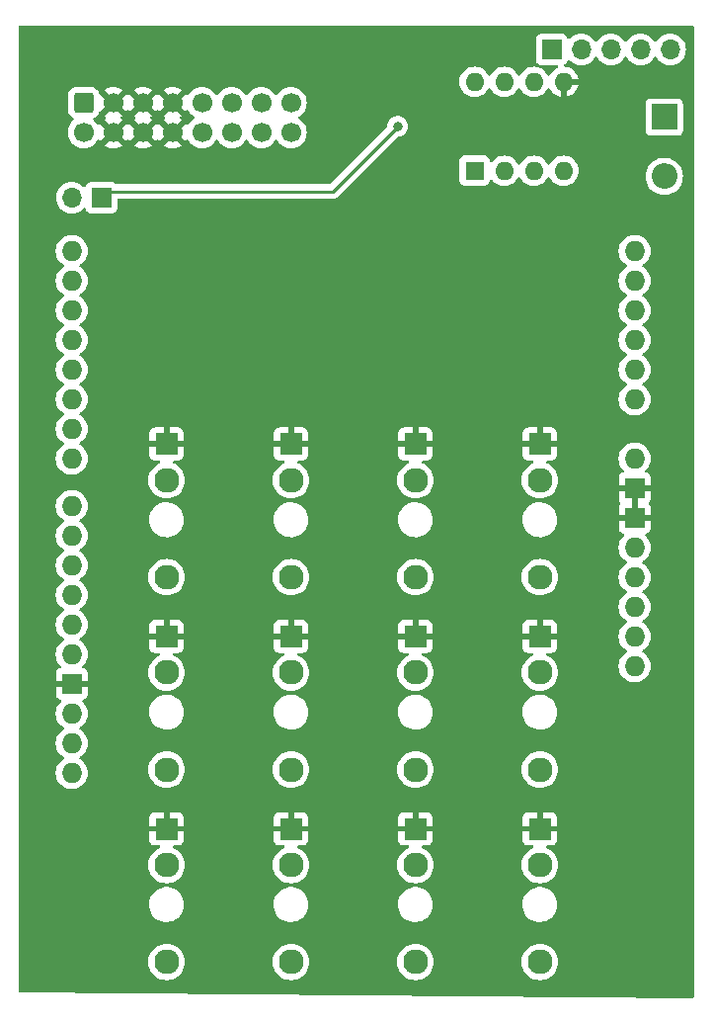
<source format=gtl>
G04 #@! TF.GenerationSoftware,KiCad,Pcbnew,7.0.1*
G04 #@! TF.CreationDate,2023-05-11T17:19:09+02:00*
G04 #@! TF.ProjectId,midi-interface,6d696469-2d69-46e7-9465-72666163652e,rev?*
G04 #@! TF.SameCoordinates,Original*
G04 #@! TF.FileFunction,Copper,L1,Top*
G04 #@! TF.FilePolarity,Positive*
%FSLAX46Y46*%
G04 Gerber Fmt 4.6, Leading zero omitted, Abs format (unit mm)*
G04 Created by KiCad (PCBNEW 7.0.1) date 2023-05-11 17:19:09*
%MOMM*%
%LPD*%
G01*
G04 APERTURE LIST*
G04 Aperture macros list*
%AMRoundRect*
0 Rectangle with rounded corners*
0 $1 Rounding radius*
0 $2 $3 $4 $5 $6 $7 $8 $9 X,Y pos of 4 corners*
0 Add a 4 corners polygon primitive as box body*
4,1,4,$2,$3,$4,$5,$6,$7,$8,$9,$2,$3,0*
0 Add four circle primitives for the rounded corners*
1,1,$1+$1,$2,$3*
1,1,$1+$1,$4,$5*
1,1,$1+$1,$6,$7*
1,1,$1+$1,$8,$9*
0 Add four rect primitives between the rounded corners*
20,1,$1+$1,$2,$3,$4,$5,0*
20,1,$1+$1,$4,$5,$6,$7,0*
20,1,$1+$1,$6,$7,$8,$9,0*
20,1,$1+$1,$8,$9,$2,$3,0*%
G04 Aperture macros list end*
G04 #@! TA.AperFunction,ComponentPad*
%ADD10R,2.200000X2.200000*%
G04 #@! TD*
G04 #@! TA.AperFunction,ComponentPad*
%ADD11O,2.200000X2.200000*%
G04 #@! TD*
G04 #@! TA.AperFunction,ComponentPad*
%ADD12O,1.600000X1.600000*%
G04 #@! TD*
G04 #@! TA.AperFunction,ComponentPad*
%ADD13R,1.600000X1.600000*%
G04 #@! TD*
G04 #@! TA.AperFunction,ComponentPad*
%ADD14R,1.930000X1.830000*%
G04 #@! TD*
G04 #@! TA.AperFunction,ComponentPad*
%ADD15C,2.130000*%
G04 #@! TD*
G04 #@! TA.AperFunction,ComponentPad*
%ADD16R,1.700000X1.700000*%
G04 #@! TD*
G04 #@! TA.AperFunction,ComponentPad*
%ADD17O,1.700000X1.700000*%
G04 #@! TD*
G04 #@! TA.AperFunction,ComponentPad*
%ADD18O,1.727200X1.727200*%
G04 #@! TD*
G04 #@! TA.AperFunction,ComponentPad*
%ADD19R,1.727200X1.727200*%
G04 #@! TD*
G04 #@! TA.AperFunction,ComponentPad*
%ADD20RoundRect,0.250000X-0.600000X0.600000X-0.600000X-0.600000X0.600000X-0.600000X0.600000X0.600000X0*%
G04 #@! TD*
G04 #@! TA.AperFunction,ComponentPad*
%ADD21C,1.700000*%
G04 #@! TD*
G04 #@! TA.AperFunction,ViaPad*
%ADD22C,0.800000*%
G04 #@! TD*
G04 #@! TA.AperFunction,Conductor*
%ADD23C,0.250000*%
G04 #@! TD*
G04 APERTURE END LIST*
D10*
X146812000Y-72353818D03*
D11*
X146812000Y-77433818D03*
D12*
X130556000Y-69332000D03*
X133096000Y-69332000D03*
X135636000Y-69332000D03*
X138176000Y-69332000D03*
X138176000Y-76952000D03*
X135636000Y-76952000D03*
X133096000Y-76952000D03*
D13*
X130556000Y-76952000D03*
D14*
X114808000Y-116840000D03*
D15*
X114808000Y-128240000D03*
X114808000Y-119940000D03*
D14*
X125476000Y-116840000D03*
D15*
X125476000Y-128240000D03*
X125476000Y-119940000D03*
D16*
X98552000Y-79248000D03*
D17*
X96012000Y-79248000D03*
D14*
X104140000Y-116840000D03*
D15*
X104140000Y-128240000D03*
X104140000Y-119940000D03*
D14*
X125476000Y-133320000D03*
D15*
X125476000Y-144720000D03*
X125476000Y-136420000D03*
D14*
X104140000Y-100360000D03*
D15*
X104140000Y-111760000D03*
X104140000Y-103460000D03*
D14*
X136144000Y-133320000D03*
D15*
X136144000Y-144720000D03*
X136144000Y-136420000D03*
D14*
X125476000Y-100360000D03*
D15*
X125476000Y-111760000D03*
X125476000Y-103460000D03*
D14*
X136144000Y-100360000D03*
D15*
X136144000Y-111760000D03*
X136144000Y-103460000D03*
D14*
X114808000Y-100360000D03*
D15*
X114808000Y-111760000D03*
X114808000Y-103460000D03*
D14*
X104140000Y-133320000D03*
D15*
X104140000Y-144720000D03*
X104140000Y-136420000D03*
D14*
X136144000Y-116840000D03*
D15*
X136144000Y-128240000D03*
X136144000Y-119940000D03*
D14*
X114808000Y-133320000D03*
D15*
X114808000Y-144720000D03*
X114808000Y-136420000D03*
D18*
X144272000Y-119380000D03*
X144272000Y-111760000D03*
X144272000Y-109220000D03*
X144272000Y-96520000D03*
X144272000Y-93980000D03*
X144272000Y-91440000D03*
X144272000Y-88900000D03*
X144272000Y-86360000D03*
X144272000Y-83820000D03*
X96012000Y-123444000D03*
X96012000Y-83820000D03*
X96012000Y-86360000D03*
X96012000Y-88900000D03*
X96012000Y-91440000D03*
X96012000Y-93980000D03*
X96012000Y-96520000D03*
X96012000Y-99060000D03*
X96012000Y-101600000D03*
X96012000Y-105664000D03*
X96012000Y-108204000D03*
X96012000Y-110744000D03*
X96012000Y-113284000D03*
X96012000Y-115824000D03*
X96012000Y-118364000D03*
D19*
X96012000Y-120904000D03*
X144272000Y-106680000D03*
X144272000Y-104140000D03*
D18*
X144272000Y-116840000D03*
X144272000Y-114300000D03*
X96012000Y-128524000D03*
X96012000Y-125984000D03*
X144272000Y-101600000D03*
D20*
X97028000Y-71120000D03*
D21*
X97028000Y-73660000D03*
X99568000Y-71120000D03*
X99568000Y-73660000D03*
X102108000Y-71120000D03*
X102108000Y-73660000D03*
X104648000Y-71120000D03*
X104648000Y-73660000D03*
X107188000Y-71120000D03*
X107188000Y-73660000D03*
X109728000Y-71120000D03*
X109728000Y-73660000D03*
X112268000Y-71120000D03*
X112268000Y-73660000D03*
X114808000Y-71120000D03*
X114808000Y-73660000D03*
D16*
X137160000Y-66548000D03*
D17*
X139700000Y-66548000D03*
X142240000Y-66548000D03*
X144780000Y-66548000D03*
X147320000Y-66548000D03*
D22*
X123952000Y-73152000D03*
D23*
X123952000Y-73152000D02*
X118364000Y-78740000D01*
X118364000Y-78740000D02*
X99060000Y-78740000D01*
X99060000Y-78740000D02*
X98552000Y-79248000D01*
G04 #@! TA.AperFunction,Conductor*
G36*
X149289500Y-64533113D02*
G01*
X149334887Y-64578500D01*
X149351500Y-64640500D01*
X149351500Y-147702903D01*
X149334705Y-147765217D01*
X149288871Y-147810651D01*
X149226412Y-147826898D01*
X91563412Y-147321082D01*
X91501873Y-147304110D01*
X91456932Y-147258773D01*
X91440500Y-147197087D01*
X91440500Y-144719999D01*
X102569659Y-144719999D01*
X102588993Y-144965656D01*
X102646516Y-145205261D01*
X102693666Y-145319091D01*
X102740816Y-145432920D01*
X102869567Y-145643023D01*
X103029601Y-145830399D01*
X103216977Y-145990433D01*
X103427080Y-146119184D01*
X103654738Y-146213483D01*
X103894345Y-146271007D01*
X104140000Y-146290341D01*
X104385655Y-146271007D01*
X104625262Y-146213483D01*
X104852920Y-146119184D01*
X105063023Y-145990433D01*
X105250399Y-145830399D01*
X105410433Y-145643023D01*
X105539184Y-145432920D01*
X105633483Y-145205262D01*
X105691007Y-144965655D01*
X105710341Y-144720000D01*
X105710341Y-144719999D01*
X113237659Y-144719999D01*
X113256993Y-144965656D01*
X113314516Y-145205261D01*
X113361666Y-145319091D01*
X113408816Y-145432920D01*
X113537567Y-145643023D01*
X113697601Y-145830399D01*
X113884977Y-145990433D01*
X114095080Y-146119184D01*
X114322738Y-146213483D01*
X114562345Y-146271007D01*
X114808000Y-146290341D01*
X115053655Y-146271007D01*
X115293262Y-146213483D01*
X115520920Y-146119184D01*
X115731023Y-145990433D01*
X115918399Y-145830399D01*
X116078433Y-145643023D01*
X116207184Y-145432920D01*
X116301483Y-145205262D01*
X116359007Y-144965655D01*
X116378341Y-144720000D01*
X116378341Y-144719999D01*
X123905659Y-144719999D01*
X123924993Y-144965656D01*
X123982516Y-145205261D01*
X124029666Y-145319091D01*
X124076816Y-145432920D01*
X124205567Y-145643023D01*
X124365601Y-145830399D01*
X124552977Y-145990433D01*
X124763080Y-146119184D01*
X124990738Y-146213483D01*
X125230345Y-146271007D01*
X125476000Y-146290341D01*
X125721655Y-146271007D01*
X125961262Y-146213483D01*
X126188920Y-146119184D01*
X126399023Y-145990433D01*
X126586399Y-145830399D01*
X126746433Y-145643023D01*
X126875184Y-145432920D01*
X126969483Y-145205262D01*
X127027007Y-144965655D01*
X127046341Y-144720000D01*
X127046341Y-144719999D01*
X134573659Y-144719999D01*
X134592993Y-144965656D01*
X134650516Y-145205261D01*
X134697666Y-145319091D01*
X134744816Y-145432920D01*
X134873567Y-145643023D01*
X135033601Y-145830399D01*
X135220977Y-145990433D01*
X135431080Y-146119184D01*
X135658738Y-146213483D01*
X135898345Y-146271007D01*
X136144000Y-146290341D01*
X136389655Y-146271007D01*
X136629262Y-146213483D01*
X136856920Y-146119184D01*
X137067023Y-145990433D01*
X137254399Y-145830399D01*
X137414433Y-145643023D01*
X137543184Y-145432920D01*
X137637483Y-145205262D01*
X137695007Y-144965655D01*
X137714341Y-144720000D01*
X137695007Y-144474345D01*
X137637483Y-144234738D01*
X137543184Y-144007080D01*
X137414433Y-143796977D01*
X137254399Y-143609601D01*
X137067023Y-143449567D01*
X136856920Y-143320816D01*
X136743091Y-143273666D01*
X136629261Y-143226516D01*
X136389656Y-143168993D01*
X136144000Y-143149659D01*
X135898343Y-143168993D01*
X135658738Y-143226516D01*
X135431078Y-143320817D01*
X135220978Y-143449566D01*
X135033601Y-143609601D01*
X134873566Y-143796978D01*
X134744817Y-144007078D01*
X134650516Y-144234738D01*
X134592993Y-144474343D01*
X134573659Y-144719999D01*
X127046341Y-144719999D01*
X127027007Y-144474345D01*
X126969483Y-144234738D01*
X126875184Y-144007080D01*
X126746433Y-143796977D01*
X126586399Y-143609601D01*
X126399023Y-143449567D01*
X126188920Y-143320816D01*
X126075091Y-143273666D01*
X125961261Y-143226516D01*
X125721656Y-143168993D01*
X125476000Y-143149659D01*
X125230343Y-143168993D01*
X124990738Y-143226516D01*
X124763078Y-143320817D01*
X124552978Y-143449566D01*
X124365601Y-143609601D01*
X124205566Y-143796978D01*
X124076817Y-144007078D01*
X123982516Y-144234738D01*
X123924993Y-144474343D01*
X123905659Y-144719999D01*
X116378341Y-144719999D01*
X116359007Y-144474345D01*
X116301483Y-144234738D01*
X116207184Y-144007080D01*
X116078433Y-143796977D01*
X115918399Y-143609601D01*
X115731023Y-143449567D01*
X115520920Y-143320816D01*
X115407091Y-143273666D01*
X115293261Y-143226516D01*
X115053656Y-143168993D01*
X114808000Y-143149659D01*
X114562343Y-143168993D01*
X114322738Y-143226516D01*
X114095078Y-143320817D01*
X113884978Y-143449566D01*
X113697601Y-143609601D01*
X113537566Y-143796978D01*
X113408817Y-144007078D01*
X113314516Y-144234738D01*
X113256993Y-144474343D01*
X113237659Y-144719999D01*
X105710341Y-144719999D01*
X105691007Y-144474345D01*
X105633483Y-144234738D01*
X105539184Y-144007080D01*
X105410433Y-143796977D01*
X105250399Y-143609601D01*
X105063023Y-143449567D01*
X104852920Y-143320816D01*
X104739091Y-143273666D01*
X104625261Y-143226516D01*
X104385656Y-143168993D01*
X104140000Y-143149659D01*
X103894343Y-143168993D01*
X103654738Y-143226516D01*
X103427078Y-143320817D01*
X103216978Y-143449566D01*
X103029601Y-143609601D01*
X102869566Y-143796978D01*
X102740817Y-144007078D01*
X102646516Y-144234738D01*
X102588993Y-144474343D01*
X102569659Y-144719999D01*
X91440500Y-144719999D01*
X91440500Y-139763228D01*
X102635308Y-139763228D01*
X102649506Y-140009474D01*
X102703732Y-140250094D01*
X102703733Y-140250098D01*
X102703734Y-140250099D01*
X102796532Y-140478634D01*
X102925411Y-140688945D01*
X103086908Y-140875382D01*
X103276687Y-141032939D01*
X103489650Y-141157385D01*
X103489651Y-141157385D01*
X103489654Y-141157387D01*
X103720073Y-141245375D01*
X103720074Y-141245375D01*
X103720079Y-141245377D01*
X103961785Y-141294553D01*
X104208278Y-141303592D01*
X104452936Y-141272250D01*
X104689191Y-141201370D01*
X104910697Y-141092856D01*
X105111505Y-140949621D01*
X105286223Y-140775512D01*
X105430158Y-140575205D01*
X105539445Y-140354079D01*
X105611149Y-140118074D01*
X105625447Y-140009475D01*
X105643344Y-139873528D01*
X105643425Y-139870179D01*
X105645141Y-139800000D01*
X105642118Y-139763228D01*
X113303308Y-139763228D01*
X113317506Y-140009474D01*
X113371732Y-140250094D01*
X113371733Y-140250098D01*
X113371734Y-140250099D01*
X113464532Y-140478634D01*
X113593411Y-140688945D01*
X113754908Y-140875382D01*
X113944687Y-141032939D01*
X114157650Y-141157385D01*
X114157651Y-141157385D01*
X114157654Y-141157387D01*
X114388073Y-141245375D01*
X114388074Y-141245375D01*
X114388079Y-141245377D01*
X114629785Y-141294553D01*
X114876278Y-141303592D01*
X115120936Y-141272250D01*
X115357191Y-141201370D01*
X115578697Y-141092856D01*
X115779505Y-140949621D01*
X115954223Y-140775512D01*
X116098158Y-140575205D01*
X116207445Y-140354079D01*
X116279149Y-140118074D01*
X116293447Y-140009475D01*
X116311344Y-139873528D01*
X116311425Y-139870179D01*
X116313141Y-139800000D01*
X116310118Y-139763228D01*
X123971308Y-139763228D01*
X123985506Y-140009474D01*
X124039732Y-140250094D01*
X124039733Y-140250098D01*
X124039734Y-140250099D01*
X124132532Y-140478634D01*
X124261411Y-140688945D01*
X124422908Y-140875382D01*
X124612687Y-141032939D01*
X124825650Y-141157385D01*
X124825651Y-141157385D01*
X124825654Y-141157387D01*
X125056073Y-141245375D01*
X125056074Y-141245375D01*
X125056079Y-141245377D01*
X125297785Y-141294553D01*
X125544278Y-141303592D01*
X125788936Y-141272250D01*
X126025191Y-141201370D01*
X126246697Y-141092856D01*
X126447505Y-140949621D01*
X126622223Y-140775512D01*
X126766158Y-140575205D01*
X126875445Y-140354079D01*
X126947149Y-140118074D01*
X126961447Y-140009475D01*
X126979344Y-139873528D01*
X126979425Y-139870179D01*
X126981141Y-139800000D01*
X126978118Y-139763228D01*
X134639308Y-139763228D01*
X134653506Y-140009474D01*
X134707732Y-140250094D01*
X134707733Y-140250098D01*
X134707734Y-140250099D01*
X134800532Y-140478634D01*
X134929411Y-140688945D01*
X135090908Y-140875382D01*
X135280687Y-141032939D01*
X135493650Y-141157385D01*
X135493651Y-141157385D01*
X135493654Y-141157387D01*
X135724073Y-141245375D01*
X135724074Y-141245375D01*
X135724079Y-141245377D01*
X135965785Y-141294553D01*
X136212278Y-141303592D01*
X136456936Y-141272250D01*
X136693191Y-141201370D01*
X136914697Y-141092856D01*
X137115505Y-140949621D01*
X137290223Y-140775512D01*
X137434158Y-140575205D01*
X137543445Y-140354079D01*
X137615149Y-140118074D01*
X137629447Y-140009475D01*
X137647344Y-139873528D01*
X137647425Y-139870179D01*
X137649141Y-139800000D01*
X137628930Y-139554171D01*
X137628930Y-139554169D01*
X137568841Y-139314943D01*
X137470487Y-139088747D01*
X137470486Y-139088744D01*
X137336508Y-138881645D01*
X137170504Y-138699210D01*
X136976932Y-138546336D01*
X136760992Y-138427131D01*
X136704299Y-138407055D01*
X136528480Y-138344792D01*
X136285650Y-138301539D01*
X136162326Y-138300031D01*
X136039006Y-138298525D01*
X136039003Y-138298525D01*
X135795188Y-138335834D01*
X135560732Y-138412466D01*
X135341947Y-138526359D01*
X135144695Y-138674458D01*
X134974286Y-138852783D01*
X134835288Y-139056547D01*
X134731435Y-139280276D01*
X134665518Y-139517963D01*
X134639308Y-139763228D01*
X126978118Y-139763228D01*
X126960930Y-139554171D01*
X126960930Y-139554169D01*
X126900841Y-139314943D01*
X126802487Y-139088747D01*
X126802486Y-139088744D01*
X126668508Y-138881645D01*
X126502504Y-138699210D01*
X126308932Y-138546336D01*
X126092992Y-138427131D01*
X126036299Y-138407055D01*
X125860480Y-138344792D01*
X125617650Y-138301539D01*
X125494326Y-138300031D01*
X125371006Y-138298525D01*
X125371003Y-138298525D01*
X125127188Y-138335834D01*
X124892732Y-138412466D01*
X124673947Y-138526359D01*
X124476695Y-138674458D01*
X124306286Y-138852783D01*
X124167288Y-139056547D01*
X124063435Y-139280276D01*
X123997518Y-139517963D01*
X123971308Y-139763228D01*
X116310118Y-139763228D01*
X116292930Y-139554171D01*
X116292930Y-139554169D01*
X116232841Y-139314943D01*
X116134487Y-139088747D01*
X116134486Y-139088744D01*
X116000508Y-138881645D01*
X115834504Y-138699210D01*
X115640932Y-138546336D01*
X115424992Y-138427131D01*
X115368299Y-138407055D01*
X115192480Y-138344792D01*
X114949650Y-138301539D01*
X114826326Y-138300031D01*
X114703006Y-138298525D01*
X114703003Y-138298525D01*
X114459188Y-138335834D01*
X114224732Y-138412466D01*
X114005947Y-138526359D01*
X113808695Y-138674458D01*
X113638286Y-138852783D01*
X113499288Y-139056547D01*
X113395435Y-139280276D01*
X113329518Y-139517963D01*
X113303308Y-139763228D01*
X105642118Y-139763228D01*
X105624930Y-139554171D01*
X105624930Y-139554169D01*
X105564841Y-139314943D01*
X105466487Y-139088747D01*
X105466486Y-139088744D01*
X105332508Y-138881645D01*
X105166504Y-138699210D01*
X104972932Y-138546336D01*
X104756992Y-138427131D01*
X104700299Y-138407055D01*
X104524480Y-138344792D01*
X104281650Y-138301539D01*
X104158326Y-138300031D01*
X104035006Y-138298525D01*
X104035003Y-138298525D01*
X103791188Y-138335834D01*
X103556732Y-138412466D01*
X103337947Y-138526359D01*
X103140695Y-138674458D01*
X102970286Y-138852783D01*
X102831288Y-139056547D01*
X102727435Y-139280276D01*
X102661518Y-139517963D01*
X102635308Y-139763228D01*
X91440500Y-139763228D01*
X91440500Y-136420000D01*
X102569659Y-136420000D01*
X102588993Y-136665656D01*
X102646516Y-136905261D01*
X102693666Y-137019090D01*
X102740816Y-137132920D01*
X102869567Y-137343023D01*
X103029601Y-137530399D01*
X103216977Y-137690433D01*
X103427080Y-137819184D01*
X103654738Y-137913483D01*
X103894345Y-137971007D01*
X104140000Y-137990341D01*
X104385655Y-137971007D01*
X104625262Y-137913483D01*
X104852920Y-137819184D01*
X105063023Y-137690433D01*
X105250399Y-137530399D01*
X105410433Y-137343023D01*
X105539184Y-137132920D01*
X105633483Y-136905262D01*
X105691007Y-136665655D01*
X105710341Y-136420000D01*
X113237659Y-136420000D01*
X113256993Y-136665656D01*
X113314516Y-136905261D01*
X113361666Y-137019090D01*
X113408816Y-137132920D01*
X113537567Y-137343023D01*
X113697601Y-137530399D01*
X113884977Y-137690433D01*
X114095080Y-137819184D01*
X114322738Y-137913483D01*
X114562345Y-137971007D01*
X114808000Y-137990341D01*
X115053655Y-137971007D01*
X115293262Y-137913483D01*
X115520920Y-137819184D01*
X115731023Y-137690433D01*
X115918399Y-137530399D01*
X116078433Y-137343023D01*
X116207184Y-137132920D01*
X116301483Y-136905262D01*
X116359007Y-136665655D01*
X116378341Y-136420000D01*
X123905659Y-136420000D01*
X123924993Y-136665656D01*
X123982516Y-136905261D01*
X124029666Y-137019090D01*
X124076816Y-137132920D01*
X124205567Y-137343023D01*
X124365601Y-137530399D01*
X124552977Y-137690433D01*
X124763080Y-137819184D01*
X124990738Y-137913483D01*
X125230345Y-137971007D01*
X125476000Y-137990341D01*
X125721655Y-137971007D01*
X125961262Y-137913483D01*
X126188920Y-137819184D01*
X126399023Y-137690433D01*
X126586399Y-137530399D01*
X126746433Y-137343023D01*
X126875184Y-137132920D01*
X126969483Y-136905262D01*
X127027007Y-136665655D01*
X127046341Y-136420000D01*
X134573659Y-136420000D01*
X134592993Y-136665656D01*
X134650516Y-136905261D01*
X134697666Y-137019090D01*
X134744816Y-137132920D01*
X134873567Y-137343023D01*
X135033601Y-137530399D01*
X135220977Y-137690433D01*
X135431080Y-137819184D01*
X135658738Y-137913483D01*
X135898345Y-137971007D01*
X136144000Y-137990341D01*
X136389655Y-137971007D01*
X136629262Y-137913483D01*
X136856920Y-137819184D01*
X137067023Y-137690433D01*
X137254399Y-137530399D01*
X137414433Y-137343023D01*
X137543184Y-137132920D01*
X137637483Y-136905262D01*
X137695007Y-136665655D01*
X137714341Y-136420000D01*
X137695007Y-136174345D01*
X137637483Y-135934738D01*
X137543184Y-135707080D01*
X137414433Y-135496977D01*
X137254399Y-135309601D01*
X137067023Y-135149567D01*
X136856920Y-135020816D01*
X136742835Y-134973560D01*
X136689971Y-134931885D01*
X136666671Y-134868729D01*
X136679804Y-134802705D01*
X136725499Y-134753273D01*
X136790289Y-134735000D01*
X137156824Y-134735000D01*
X137216375Y-134728597D01*
X137351089Y-134678352D01*
X137466188Y-134592188D01*
X137552352Y-134477089D01*
X137602597Y-134342375D01*
X137609000Y-134282824D01*
X137609000Y-133570000D01*
X134679000Y-133570000D01*
X134679000Y-134282824D01*
X134685402Y-134342375D01*
X134735647Y-134477089D01*
X134821811Y-134592188D01*
X134936910Y-134678352D01*
X135071624Y-134728597D01*
X135131176Y-134735000D01*
X135497711Y-134735000D01*
X135562501Y-134753273D01*
X135608196Y-134802705D01*
X135621329Y-134868729D01*
X135598029Y-134931885D01*
X135545164Y-134973561D01*
X135431078Y-135020817D01*
X135220978Y-135149566D01*
X135033601Y-135309601D01*
X134873566Y-135496978D01*
X134744817Y-135707078D01*
X134650516Y-135934738D01*
X134592993Y-136174343D01*
X134573659Y-136420000D01*
X127046341Y-136420000D01*
X127027007Y-136174345D01*
X126969483Y-135934738D01*
X126875184Y-135707080D01*
X126746433Y-135496977D01*
X126586399Y-135309601D01*
X126399023Y-135149567D01*
X126188920Y-135020816D01*
X126074835Y-134973560D01*
X126021971Y-134931885D01*
X125998671Y-134868729D01*
X126011804Y-134802705D01*
X126057499Y-134753273D01*
X126122289Y-134735000D01*
X126488824Y-134735000D01*
X126548375Y-134728597D01*
X126683089Y-134678352D01*
X126798188Y-134592188D01*
X126884352Y-134477089D01*
X126934597Y-134342375D01*
X126941000Y-134282824D01*
X126941000Y-133570000D01*
X124011000Y-133570000D01*
X124011000Y-134282824D01*
X124017402Y-134342375D01*
X124067647Y-134477089D01*
X124153811Y-134592188D01*
X124268910Y-134678352D01*
X124403624Y-134728597D01*
X124463176Y-134735000D01*
X124829711Y-134735000D01*
X124894501Y-134753273D01*
X124940196Y-134802705D01*
X124953329Y-134868729D01*
X124930029Y-134931885D01*
X124877164Y-134973561D01*
X124763078Y-135020817D01*
X124552978Y-135149566D01*
X124365601Y-135309601D01*
X124205566Y-135496978D01*
X124076817Y-135707078D01*
X123982516Y-135934738D01*
X123924993Y-136174343D01*
X123905659Y-136420000D01*
X116378341Y-136420000D01*
X116359007Y-136174345D01*
X116301483Y-135934738D01*
X116207184Y-135707080D01*
X116078433Y-135496977D01*
X115918399Y-135309601D01*
X115731023Y-135149567D01*
X115520920Y-135020816D01*
X115406835Y-134973560D01*
X115353971Y-134931885D01*
X115330671Y-134868729D01*
X115343804Y-134802705D01*
X115389499Y-134753273D01*
X115454289Y-134735000D01*
X115820824Y-134735000D01*
X115880375Y-134728597D01*
X116015089Y-134678352D01*
X116130188Y-134592188D01*
X116216352Y-134477089D01*
X116266597Y-134342375D01*
X116273000Y-134282824D01*
X116273000Y-133570000D01*
X113343000Y-133570000D01*
X113343000Y-134282824D01*
X113349402Y-134342375D01*
X113399647Y-134477089D01*
X113485811Y-134592188D01*
X113600910Y-134678352D01*
X113735624Y-134728597D01*
X113795176Y-134735000D01*
X114161711Y-134735000D01*
X114226501Y-134753273D01*
X114272196Y-134802705D01*
X114285329Y-134868729D01*
X114262029Y-134931885D01*
X114209164Y-134973561D01*
X114095078Y-135020817D01*
X113884978Y-135149566D01*
X113697601Y-135309601D01*
X113537566Y-135496978D01*
X113408817Y-135707078D01*
X113314516Y-135934738D01*
X113256993Y-136174343D01*
X113237659Y-136420000D01*
X105710341Y-136420000D01*
X105691007Y-136174345D01*
X105633483Y-135934738D01*
X105539184Y-135707080D01*
X105410433Y-135496977D01*
X105250399Y-135309601D01*
X105063023Y-135149567D01*
X104852920Y-135020816D01*
X104738835Y-134973560D01*
X104685971Y-134931885D01*
X104662671Y-134868729D01*
X104675804Y-134802705D01*
X104721499Y-134753273D01*
X104786289Y-134735000D01*
X105152824Y-134735000D01*
X105212375Y-134728597D01*
X105347089Y-134678352D01*
X105462188Y-134592188D01*
X105548352Y-134477089D01*
X105598597Y-134342375D01*
X105605000Y-134282824D01*
X105605000Y-133570000D01*
X102675000Y-133570000D01*
X102675000Y-134282824D01*
X102681402Y-134342375D01*
X102731647Y-134477089D01*
X102817811Y-134592188D01*
X102932910Y-134678352D01*
X103067624Y-134728597D01*
X103127176Y-134735000D01*
X103493711Y-134735000D01*
X103558501Y-134753273D01*
X103604196Y-134802705D01*
X103617329Y-134868729D01*
X103594029Y-134931885D01*
X103541164Y-134973561D01*
X103427078Y-135020817D01*
X103216978Y-135149566D01*
X103029601Y-135309601D01*
X102869566Y-135496978D01*
X102740817Y-135707078D01*
X102646516Y-135934738D01*
X102588993Y-136174343D01*
X102569659Y-136420000D01*
X91440500Y-136420000D01*
X91440500Y-133070000D01*
X102675000Y-133070000D01*
X103890000Y-133070000D01*
X103890000Y-131905000D01*
X104390000Y-131905000D01*
X104390000Y-133070000D01*
X105605000Y-133070000D01*
X113343000Y-133070000D01*
X114558000Y-133070000D01*
X114558000Y-131905000D01*
X115058000Y-131905000D01*
X115058000Y-133070000D01*
X116273000Y-133070000D01*
X124011000Y-133070000D01*
X125226000Y-133070000D01*
X125226000Y-131905000D01*
X125726000Y-131905000D01*
X125726000Y-133070000D01*
X126941000Y-133070000D01*
X134679000Y-133070000D01*
X135894000Y-133070000D01*
X135894000Y-131905000D01*
X136394000Y-131905000D01*
X136394000Y-133070000D01*
X137609000Y-133070000D01*
X137609000Y-132357176D01*
X137602597Y-132297624D01*
X137552352Y-132162910D01*
X137466188Y-132047811D01*
X137351089Y-131961647D01*
X137216375Y-131911402D01*
X137156824Y-131905000D01*
X136394000Y-131905000D01*
X135894000Y-131905000D01*
X135131176Y-131905000D01*
X135071624Y-131911402D01*
X134936910Y-131961647D01*
X134821811Y-132047811D01*
X134735647Y-132162910D01*
X134685402Y-132297624D01*
X134679000Y-132357176D01*
X134679000Y-133070000D01*
X126941000Y-133070000D01*
X126941000Y-132357176D01*
X126934597Y-132297624D01*
X126884352Y-132162910D01*
X126798188Y-132047811D01*
X126683089Y-131961647D01*
X126548375Y-131911402D01*
X126488824Y-131905000D01*
X125726000Y-131905000D01*
X125226000Y-131905000D01*
X124463176Y-131905000D01*
X124403624Y-131911402D01*
X124268910Y-131961647D01*
X124153811Y-132047811D01*
X124067647Y-132162910D01*
X124017402Y-132297624D01*
X124011000Y-132357176D01*
X124011000Y-133070000D01*
X116273000Y-133070000D01*
X116273000Y-132357176D01*
X116266597Y-132297624D01*
X116216352Y-132162910D01*
X116130188Y-132047811D01*
X116015089Y-131961647D01*
X115880375Y-131911402D01*
X115820824Y-131905000D01*
X115058000Y-131905000D01*
X114558000Y-131905000D01*
X113795176Y-131905000D01*
X113735624Y-131911402D01*
X113600910Y-131961647D01*
X113485811Y-132047811D01*
X113399647Y-132162910D01*
X113349402Y-132297624D01*
X113343000Y-132357176D01*
X113343000Y-133070000D01*
X105605000Y-133070000D01*
X105605000Y-132357176D01*
X105598597Y-132297624D01*
X105548352Y-132162910D01*
X105462188Y-132047811D01*
X105347089Y-131961647D01*
X105212375Y-131911402D01*
X105152824Y-131905000D01*
X104390000Y-131905000D01*
X103890000Y-131905000D01*
X103127176Y-131905000D01*
X103067624Y-131911402D01*
X102932910Y-131961647D01*
X102817811Y-132047811D01*
X102731647Y-132162910D01*
X102681402Y-132297624D01*
X102675000Y-132357176D01*
X102675000Y-133070000D01*
X91440500Y-133070000D01*
X91440500Y-128524000D01*
X94643224Y-128524000D01*
X94661892Y-128749288D01*
X94717390Y-128968443D01*
X94808196Y-129175462D01*
X94931847Y-129364724D01*
X95084950Y-129531037D01*
X95084954Y-129531040D01*
X95263351Y-129669893D01*
X95462169Y-129777488D01*
X95675986Y-129850891D01*
X95898967Y-129888100D01*
X96125032Y-129888100D01*
X96125033Y-129888100D01*
X96348014Y-129850891D01*
X96561831Y-129777488D01*
X96760649Y-129669893D01*
X96939046Y-129531040D01*
X96958016Y-129510433D01*
X97092152Y-129364724D01*
X97092153Y-129364721D01*
X97092156Y-129364719D01*
X97215802Y-129175465D01*
X97306611Y-128968441D01*
X97362107Y-128749293D01*
X97380775Y-128524000D01*
X97362107Y-128298707D01*
X97347240Y-128240000D01*
X102569659Y-128240000D01*
X102588993Y-128485656D01*
X102646516Y-128725261D01*
X102656471Y-128749293D01*
X102740816Y-128952920D01*
X102869567Y-129163023D01*
X103029601Y-129350399D01*
X103216977Y-129510433D01*
X103427080Y-129639184D01*
X103654738Y-129733483D01*
X103894345Y-129791007D01*
X104140000Y-129810341D01*
X104385655Y-129791007D01*
X104625262Y-129733483D01*
X104852920Y-129639184D01*
X105063023Y-129510433D01*
X105250399Y-129350399D01*
X105410433Y-129163023D01*
X105539184Y-128952920D01*
X105633483Y-128725262D01*
X105691007Y-128485655D01*
X105710341Y-128240000D01*
X113237659Y-128240000D01*
X113256993Y-128485656D01*
X113314516Y-128725261D01*
X113324471Y-128749293D01*
X113408816Y-128952920D01*
X113537567Y-129163023D01*
X113697601Y-129350399D01*
X113884977Y-129510433D01*
X114095080Y-129639184D01*
X114322738Y-129733483D01*
X114562345Y-129791007D01*
X114808000Y-129810341D01*
X115053655Y-129791007D01*
X115293262Y-129733483D01*
X115520920Y-129639184D01*
X115731023Y-129510433D01*
X115918399Y-129350399D01*
X116078433Y-129163023D01*
X116207184Y-128952920D01*
X116301483Y-128725262D01*
X116359007Y-128485655D01*
X116378341Y-128240000D01*
X123905659Y-128240000D01*
X123924993Y-128485656D01*
X123982516Y-128725261D01*
X123992471Y-128749293D01*
X124076816Y-128952920D01*
X124205567Y-129163023D01*
X124365601Y-129350399D01*
X124552977Y-129510433D01*
X124763080Y-129639184D01*
X124990738Y-129733483D01*
X125230345Y-129791007D01*
X125476000Y-129810341D01*
X125721655Y-129791007D01*
X125961262Y-129733483D01*
X126188920Y-129639184D01*
X126399023Y-129510433D01*
X126586399Y-129350399D01*
X126746433Y-129163023D01*
X126875184Y-128952920D01*
X126969483Y-128725262D01*
X127027007Y-128485655D01*
X127046341Y-128240000D01*
X134573659Y-128240000D01*
X134592993Y-128485656D01*
X134650516Y-128725261D01*
X134660471Y-128749293D01*
X134744816Y-128952920D01*
X134873567Y-129163023D01*
X135033601Y-129350399D01*
X135220977Y-129510433D01*
X135431080Y-129639184D01*
X135658738Y-129733483D01*
X135898345Y-129791007D01*
X136144000Y-129810341D01*
X136389655Y-129791007D01*
X136629262Y-129733483D01*
X136856920Y-129639184D01*
X137067023Y-129510433D01*
X137254399Y-129350399D01*
X137414433Y-129163023D01*
X137543184Y-128952920D01*
X137637483Y-128725262D01*
X137695007Y-128485655D01*
X137714341Y-128240000D01*
X137695007Y-127994345D01*
X137637483Y-127754738D01*
X137543184Y-127527080D01*
X137414433Y-127316977D01*
X137254399Y-127129601D01*
X137067023Y-126969567D01*
X136856920Y-126840816D01*
X136743090Y-126793666D01*
X136629261Y-126746516D01*
X136389656Y-126688993D01*
X136144000Y-126669659D01*
X135898343Y-126688993D01*
X135658738Y-126746516D01*
X135431078Y-126840817D01*
X135220978Y-126969566D01*
X135033601Y-127129601D01*
X134873566Y-127316978D01*
X134744817Y-127527078D01*
X134650516Y-127754738D01*
X134592993Y-127994343D01*
X134573659Y-128240000D01*
X127046341Y-128240000D01*
X127027007Y-127994345D01*
X126969483Y-127754738D01*
X126875184Y-127527080D01*
X126746433Y-127316977D01*
X126586399Y-127129601D01*
X126399023Y-126969567D01*
X126188920Y-126840816D01*
X126075090Y-126793666D01*
X125961261Y-126746516D01*
X125721656Y-126688993D01*
X125476000Y-126669659D01*
X125230343Y-126688993D01*
X124990738Y-126746516D01*
X124763078Y-126840817D01*
X124552978Y-126969566D01*
X124365601Y-127129601D01*
X124205566Y-127316978D01*
X124076817Y-127527078D01*
X123982516Y-127754738D01*
X123924993Y-127994343D01*
X123905659Y-128240000D01*
X116378341Y-128240000D01*
X116359007Y-127994345D01*
X116301483Y-127754738D01*
X116207184Y-127527080D01*
X116078433Y-127316977D01*
X115918399Y-127129601D01*
X115731023Y-126969567D01*
X115520920Y-126840816D01*
X115407090Y-126793666D01*
X115293261Y-126746516D01*
X115053656Y-126688993D01*
X114808000Y-126669659D01*
X114562343Y-126688993D01*
X114322738Y-126746516D01*
X114095078Y-126840817D01*
X113884978Y-126969566D01*
X113697601Y-127129601D01*
X113537566Y-127316978D01*
X113408817Y-127527078D01*
X113314516Y-127754738D01*
X113256993Y-127994343D01*
X113237659Y-128240000D01*
X105710341Y-128240000D01*
X105691007Y-127994345D01*
X105633483Y-127754738D01*
X105539184Y-127527080D01*
X105410433Y-127316977D01*
X105250399Y-127129601D01*
X105063023Y-126969567D01*
X104852920Y-126840816D01*
X104739090Y-126793666D01*
X104625261Y-126746516D01*
X104385656Y-126688993D01*
X104140000Y-126669659D01*
X103894343Y-126688993D01*
X103654738Y-126746516D01*
X103427078Y-126840817D01*
X103216978Y-126969566D01*
X103029601Y-127129601D01*
X102869566Y-127316978D01*
X102740817Y-127527078D01*
X102646516Y-127754738D01*
X102588993Y-127994343D01*
X102569659Y-128240000D01*
X97347240Y-128240000D01*
X97306611Y-128079559D01*
X97215802Y-127872535D01*
X97092156Y-127683281D01*
X97092155Y-127683280D01*
X97092152Y-127683275D01*
X96939049Y-127516962D01*
X96760648Y-127378106D01*
X96732832Y-127363053D01*
X96685327Y-127317471D01*
X96667851Y-127253996D01*
X96685330Y-127190523D01*
X96732834Y-127144945D01*
X96760649Y-127129893D01*
X96939046Y-126991040D01*
X96939049Y-126991037D01*
X97092152Y-126824724D01*
X97092153Y-126824721D01*
X97092156Y-126824719D01*
X97215802Y-126635465D01*
X97306611Y-126428441D01*
X97362107Y-126209293D01*
X97380775Y-125984000D01*
X97362107Y-125758707D01*
X97306611Y-125539559D01*
X97215802Y-125332535D01*
X97092156Y-125143281D01*
X97092155Y-125143280D01*
X97092152Y-125143275D01*
X96939049Y-124976962D01*
X96885367Y-124935179D01*
X96760649Y-124838107D01*
X96732832Y-124823053D01*
X96685329Y-124777474D01*
X96667851Y-124714000D01*
X96685329Y-124650526D01*
X96732832Y-124604946D01*
X96760649Y-124589893D01*
X96939046Y-124451040D01*
X96990283Y-124395382D01*
X97092152Y-124284724D01*
X97092153Y-124284721D01*
X97092156Y-124284719D01*
X97215802Y-124095465D01*
X97306611Y-123888441D01*
X97362107Y-123669293D01*
X97380775Y-123444000D01*
X97367453Y-123283228D01*
X102635308Y-123283228D01*
X102649506Y-123529474D01*
X102703732Y-123770094D01*
X102703733Y-123770098D01*
X102703734Y-123770099D01*
X102796532Y-123998634D01*
X102925411Y-124208945D01*
X103086908Y-124395382D01*
X103276687Y-124552939D01*
X103489650Y-124677385D01*
X103489651Y-124677385D01*
X103489654Y-124677387D01*
X103720073Y-124765375D01*
X103720074Y-124765375D01*
X103720079Y-124765377D01*
X103961785Y-124814553D01*
X104208278Y-124823592D01*
X104452936Y-124792250D01*
X104689191Y-124721370D01*
X104910697Y-124612856D01*
X105111505Y-124469621D01*
X105286223Y-124295512D01*
X105430158Y-124095205D01*
X105539445Y-123874079D01*
X105611149Y-123638074D01*
X105625447Y-123529475D01*
X105643344Y-123393528D01*
X105643425Y-123390179D01*
X105645141Y-123320000D01*
X105642118Y-123283228D01*
X113303308Y-123283228D01*
X113317506Y-123529474D01*
X113371732Y-123770094D01*
X113371733Y-123770098D01*
X113371734Y-123770099D01*
X113464532Y-123998634D01*
X113593411Y-124208945D01*
X113754908Y-124395382D01*
X113944687Y-124552939D01*
X114157650Y-124677385D01*
X114157651Y-124677385D01*
X114157654Y-124677387D01*
X114388073Y-124765375D01*
X114388074Y-124765375D01*
X114388079Y-124765377D01*
X114629785Y-124814553D01*
X114876278Y-124823592D01*
X115120936Y-124792250D01*
X115357191Y-124721370D01*
X115578697Y-124612856D01*
X115779505Y-124469621D01*
X115954223Y-124295512D01*
X116098158Y-124095205D01*
X116207445Y-123874079D01*
X116279149Y-123638074D01*
X116293447Y-123529475D01*
X116311344Y-123393528D01*
X116311425Y-123390179D01*
X116313141Y-123320000D01*
X116310118Y-123283228D01*
X123971308Y-123283228D01*
X123985506Y-123529474D01*
X124039732Y-123770094D01*
X124039733Y-123770098D01*
X124039734Y-123770099D01*
X124132532Y-123998634D01*
X124261411Y-124208945D01*
X124422908Y-124395382D01*
X124612687Y-124552939D01*
X124825650Y-124677385D01*
X124825651Y-124677385D01*
X124825654Y-124677387D01*
X125056073Y-124765375D01*
X125056074Y-124765375D01*
X125056079Y-124765377D01*
X125297785Y-124814553D01*
X125544278Y-124823592D01*
X125788936Y-124792250D01*
X126025191Y-124721370D01*
X126246697Y-124612856D01*
X126447505Y-124469621D01*
X126622223Y-124295512D01*
X126766158Y-124095205D01*
X126875445Y-123874079D01*
X126947149Y-123638074D01*
X126961447Y-123529475D01*
X126979344Y-123393528D01*
X126979425Y-123390179D01*
X126981141Y-123320000D01*
X126978118Y-123283228D01*
X134639308Y-123283228D01*
X134653506Y-123529474D01*
X134707732Y-123770094D01*
X134707733Y-123770098D01*
X134707734Y-123770099D01*
X134800532Y-123998634D01*
X134929411Y-124208945D01*
X135090908Y-124395382D01*
X135280687Y-124552939D01*
X135493650Y-124677385D01*
X135493651Y-124677385D01*
X135493654Y-124677387D01*
X135724073Y-124765375D01*
X135724074Y-124765375D01*
X135724079Y-124765377D01*
X135965785Y-124814553D01*
X136212278Y-124823592D01*
X136456936Y-124792250D01*
X136693191Y-124721370D01*
X136914697Y-124612856D01*
X137115505Y-124469621D01*
X137290223Y-124295512D01*
X137434158Y-124095205D01*
X137543445Y-123874079D01*
X137615149Y-123638074D01*
X137629447Y-123529475D01*
X137647344Y-123393528D01*
X137647425Y-123390179D01*
X137649141Y-123320000D01*
X137628930Y-123074171D01*
X137628930Y-123074169D01*
X137568841Y-122834943D01*
X137470487Y-122608747D01*
X137470486Y-122608744D01*
X137336508Y-122401645D01*
X137170504Y-122219210D01*
X136976932Y-122066336D01*
X136760992Y-121947131D01*
X136704299Y-121927055D01*
X136528480Y-121864792D01*
X136285650Y-121821539D01*
X136162326Y-121820031D01*
X136039006Y-121818525D01*
X136039003Y-121818525D01*
X135795188Y-121855834D01*
X135560732Y-121932466D01*
X135341947Y-122046359D01*
X135144695Y-122194458D01*
X134974286Y-122372783D01*
X134835288Y-122576547D01*
X134731435Y-122800276D01*
X134665518Y-123037963D01*
X134639308Y-123283228D01*
X126978118Y-123283228D01*
X126960930Y-123074171D01*
X126960930Y-123074169D01*
X126900841Y-122834943D01*
X126802487Y-122608747D01*
X126802486Y-122608744D01*
X126668508Y-122401645D01*
X126502504Y-122219210D01*
X126308932Y-122066336D01*
X126092992Y-121947131D01*
X126036299Y-121927055D01*
X125860480Y-121864792D01*
X125617650Y-121821539D01*
X125494326Y-121820031D01*
X125371006Y-121818525D01*
X125371003Y-121818525D01*
X125127188Y-121855834D01*
X124892732Y-121932466D01*
X124673947Y-122046359D01*
X124476695Y-122194458D01*
X124306286Y-122372783D01*
X124167288Y-122576547D01*
X124063435Y-122800276D01*
X123997518Y-123037963D01*
X123971308Y-123283228D01*
X116310118Y-123283228D01*
X116292930Y-123074171D01*
X116292930Y-123074169D01*
X116232841Y-122834943D01*
X116134487Y-122608747D01*
X116134486Y-122608744D01*
X116000508Y-122401645D01*
X115834504Y-122219210D01*
X115640932Y-122066336D01*
X115424992Y-121947131D01*
X115368299Y-121927055D01*
X115192480Y-121864792D01*
X114949650Y-121821539D01*
X114826326Y-121820031D01*
X114703006Y-121818525D01*
X114703003Y-121818525D01*
X114459188Y-121855834D01*
X114224732Y-121932466D01*
X114005947Y-122046359D01*
X113808695Y-122194458D01*
X113638286Y-122372783D01*
X113499288Y-122576547D01*
X113395435Y-122800276D01*
X113329518Y-123037963D01*
X113303308Y-123283228D01*
X105642118Y-123283228D01*
X105624930Y-123074171D01*
X105624930Y-123074169D01*
X105564841Y-122834943D01*
X105466487Y-122608747D01*
X105466486Y-122608744D01*
X105332508Y-122401645D01*
X105166504Y-122219210D01*
X104972932Y-122066336D01*
X104756992Y-121947131D01*
X104700299Y-121927055D01*
X104524480Y-121864792D01*
X104281650Y-121821539D01*
X104158326Y-121820031D01*
X104035006Y-121818525D01*
X104035003Y-121818525D01*
X103791188Y-121855834D01*
X103556732Y-121932466D01*
X103337947Y-122046359D01*
X103140695Y-122194458D01*
X102970286Y-122372783D01*
X102831288Y-122576547D01*
X102727435Y-122800276D01*
X102661518Y-123037963D01*
X102635308Y-123283228D01*
X97367453Y-123283228D01*
X97362107Y-123218707D01*
X97306611Y-122999559D01*
X97215802Y-122792535D01*
X97092156Y-122603281D01*
X97092155Y-122603280D01*
X97092152Y-122603275D01*
X96954755Y-122454024D01*
X96925981Y-122401271D01*
X96925388Y-122341185D01*
X96953115Y-122287874D01*
X97002651Y-122253859D01*
X97117688Y-122210952D01*
X97232788Y-122124788D01*
X97318952Y-122009689D01*
X97369197Y-121874975D01*
X97375600Y-121815424D01*
X97375600Y-121154000D01*
X94648400Y-121154000D01*
X94648400Y-121815424D01*
X94654802Y-121874975D01*
X94705047Y-122009689D01*
X94791211Y-122124788D01*
X94906311Y-122210952D01*
X95021348Y-122253859D01*
X95070884Y-122287874D01*
X95098611Y-122341184D01*
X95098018Y-122401271D01*
X95069245Y-122454024D01*
X94931845Y-122603279D01*
X94808196Y-122792537D01*
X94717390Y-122999556D01*
X94661892Y-123218711D01*
X94643224Y-123443999D01*
X94661892Y-123669288D01*
X94661892Y-123669291D01*
X94661893Y-123669293D01*
X94713752Y-123874079D01*
X94717390Y-123888443D01*
X94808196Y-124095462D01*
X94931847Y-124284724D01*
X95084950Y-124451037D01*
X95084954Y-124451040D01*
X95263351Y-124589893D01*
X95263353Y-124589894D01*
X95291166Y-124604946D01*
X95338671Y-124650527D01*
X95356148Y-124714000D01*
X95338671Y-124777473D01*
X95291166Y-124823054D01*
X95263353Y-124838105D01*
X95084950Y-124976962D01*
X94931847Y-125143275D01*
X94808196Y-125332537D01*
X94717390Y-125539556D01*
X94661892Y-125758711D01*
X94643224Y-125984000D01*
X94661892Y-126209288D01*
X94717390Y-126428443D01*
X94808196Y-126635462D01*
X94931847Y-126824724D01*
X95084950Y-126991037D01*
X95084954Y-126991040D01*
X95263351Y-127129893D01*
X95291167Y-127144946D01*
X95338670Y-127190523D01*
X95356148Y-127253996D01*
X95338672Y-127317470D01*
X95291168Y-127363052D01*
X95263354Y-127378104D01*
X95084950Y-127516962D01*
X94931847Y-127683275D01*
X94808196Y-127872537D01*
X94717390Y-128079556D01*
X94661892Y-128298711D01*
X94643224Y-128524000D01*
X91440500Y-128524000D01*
X91440500Y-118364000D01*
X94643224Y-118364000D01*
X94661892Y-118589288D01*
X94661892Y-118589291D01*
X94661893Y-118589293D01*
X94697154Y-118728537D01*
X94717390Y-118808443D01*
X94808196Y-119015462D01*
X94931847Y-119204724D01*
X95069244Y-119353975D01*
X95098018Y-119406727D01*
X95098611Y-119466814D01*
X95070884Y-119520124D01*
X95021349Y-119554140D01*
X94906311Y-119597047D01*
X94791211Y-119683211D01*
X94705047Y-119798310D01*
X94654802Y-119933024D01*
X94648400Y-119992576D01*
X94648400Y-120654000D01*
X97375600Y-120654000D01*
X97375600Y-119992576D01*
X97369947Y-119939999D01*
X102569659Y-119939999D01*
X102588993Y-120185656D01*
X102646516Y-120425261D01*
X102688199Y-120525891D01*
X102740816Y-120652920D01*
X102869567Y-120863023D01*
X103029601Y-121050399D01*
X103216977Y-121210433D01*
X103427080Y-121339184D01*
X103654738Y-121433483D01*
X103894345Y-121491007D01*
X104140000Y-121510341D01*
X104385655Y-121491007D01*
X104625262Y-121433483D01*
X104852920Y-121339184D01*
X105063023Y-121210433D01*
X105250399Y-121050399D01*
X105410433Y-120863023D01*
X105539184Y-120652920D01*
X105633483Y-120425262D01*
X105691007Y-120185655D01*
X105710341Y-119940000D01*
X105710341Y-119939999D01*
X113237659Y-119939999D01*
X113256993Y-120185656D01*
X113314516Y-120425261D01*
X113356199Y-120525891D01*
X113408816Y-120652920D01*
X113537567Y-120863023D01*
X113697601Y-121050399D01*
X113884977Y-121210433D01*
X114095080Y-121339184D01*
X114322738Y-121433483D01*
X114562345Y-121491007D01*
X114808000Y-121510341D01*
X115053655Y-121491007D01*
X115293262Y-121433483D01*
X115520920Y-121339184D01*
X115731023Y-121210433D01*
X115918399Y-121050399D01*
X116078433Y-120863023D01*
X116207184Y-120652920D01*
X116301483Y-120425262D01*
X116359007Y-120185655D01*
X116378341Y-119940000D01*
X116378341Y-119939999D01*
X123905659Y-119939999D01*
X123924993Y-120185656D01*
X123982516Y-120425261D01*
X124024199Y-120525891D01*
X124076816Y-120652920D01*
X124205567Y-120863023D01*
X124365601Y-121050399D01*
X124552977Y-121210433D01*
X124763080Y-121339184D01*
X124990738Y-121433483D01*
X125230345Y-121491007D01*
X125476000Y-121510341D01*
X125721655Y-121491007D01*
X125961262Y-121433483D01*
X126188920Y-121339184D01*
X126399023Y-121210433D01*
X126586399Y-121050399D01*
X126746433Y-120863023D01*
X126875184Y-120652920D01*
X126969483Y-120425262D01*
X127027007Y-120185655D01*
X127046341Y-119940000D01*
X127046341Y-119939999D01*
X134573659Y-119939999D01*
X134592993Y-120185656D01*
X134650516Y-120425261D01*
X134692199Y-120525891D01*
X134744816Y-120652920D01*
X134873567Y-120863023D01*
X135033601Y-121050399D01*
X135220977Y-121210433D01*
X135431080Y-121339184D01*
X135658738Y-121433483D01*
X135898345Y-121491007D01*
X136144000Y-121510341D01*
X136389655Y-121491007D01*
X136629262Y-121433483D01*
X136856920Y-121339184D01*
X137067023Y-121210433D01*
X137254399Y-121050399D01*
X137414433Y-120863023D01*
X137543184Y-120652920D01*
X137637483Y-120425262D01*
X137695007Y-120185655D01*
X137714341Y-119940000D01*
X137695007Y-119694345D01*
X137637483Y-119454738D01*
X137606525Y-119379999D01*
X142903224Y-119379999D01*
X142921892Y-119605288D01*
X142921892Y-119605291D01*
X142921893Y-119605293D01*
X142943569Y-119690891D01*
X142977390Y-119824443D01*
X143068196Y-120031462D01*
X143191847Y-120220724D01*
X143344950Y-120387037D01*
X143344954Y-120387040D01*
X143523351Y-120525893D01*
X143722169Y-120633488D01*
X143935986Y-120706891D01*
X144158967Y-120744100D01*
X144385032Y-120744100D01*
X144385033Y-120744100D01*
X144608014Y-120706891D01*
X144821831Y-120633488D01*
X145020649Y-120525893D01*
X145199046Y-120387040D01*
X145199049Y-120387037D01*
X145352152Y-120220724D01*
X145352153Y-120220721D01*
X145352156Y-120220719D01*
X145475802Y-120031465D01*
X145566611Y-119824441D01*
X145622107Y-119605293D01*
X145640775Y-119380000D01*
X145622107Y-119154707D01*
X145566611Y-118935559D01*
X145475802Y-118728535D01*
X145352156Y-118539281D01*
X145352155Y-118539280D01*
X145352152Y-118539275D01*
X145199049Y-118372962D01*
X145020648Y-118234106D01*
X144992832Y-118219053D01*
X144945327Y-118173471D01*
X144927851Y-118109996D01*
X144945330Y-118046523D01*
X144992834Y-118000945D01*
X145020649Y-117985893D01*
X145199046Y-117847040D01*
X145239750Y-117802824D01*
X145352152Y-117680724D01*
X145352153Y-117680721D01*
X145352156Y-117680719D01*
X145475802Y-117491465D01*
X145566611Y-117284441D01*
X145622107Y-117065293D01*
X145640775Y-116840000D01*
X145622107Y-116614707D01*
X145566611Y-116395559D01*
X145475802Y-116188535D01*
X145352156Y-115999281D01*
X145352155Y-115999280D01*
X145352152Y-115999275D01*
X145199049Y-115832962D01*
X145020648Y-115694106D01*
X144992832Y-115679053D01*
X144945327Y-115633471D01*
X144927851Y-115569996D01*
X144945330Y-115506523D01*
X144992834Y-115460945D01*
X145020649Y-115445893D01*
X145199046Y-115307040D01*
X145199049Y-115307037D01*
X145352152Y-115140724D01*
X145352153Y-115140721D01*
X145352156Y-115140719D01*
X145475802Y-114951465D01*
X145566611Y-114744441D01*
X145622107Y-114525293D01*
X145640775Y-114300000D01*
X145622107Y-114074707D01*
X145566611Y-113855559D01*
X145475802Y-113648535D01*
X145352156Y-113459281D01*
X145352155Y-113459280D01*
X145352152Y-113459275D01*
X145199049Y-113292962D01*
X145020648Y-113154106D01*
X144992832Y-113139053D01*
X144945327Y-113093471D01*
X144927851Y-113029996D01*
X144945330Y-112966523D01*
X144992834Y-112920945D01*
X145020649Y-112905893D01*
X145199046Y-112767040D01*
X145199049Y-112767037D01*
X145352152Y-112600724D01*
X145352153Y-112600721D01*
X145352156Y-112600719D01*
X145475802Y-112411465D01*
X145566611Y-112204441D01*
X145622107Y-111985293D01*
X145640775Y-111760000D01*
X145622107Y-111534707D01*
X145566611Y-111315559D01*
X145475802Y-111108535D01*
X145352156Y-110919281D01*
X145352155Y-110919280D01*
X145352152Y-110919275D01*
X145199049Y-110752962D01*
X145066251Y-110649601D01*
X145020649Y-110614107D01*
X144992832Y-110599053D01*
X144945329Y-110553474D01*
X144927851Y-110490000D01*
X144945329Y-110426526D01*
X144992832Y-110380946D01*
X145020649Y-110365893D01*
X145199046Y-110227040D01*
X145233458Y-110189659D01*
X145352152Y-110060724D01*
X145352153Y-110060721D01*
X145352156Y-110060719D01*
X145475802Y-109871465D01*
X145566611Y-109664441D01*
X145622107Y-109445293D01*
X145640775Y-109220000D01*
X145622107Y-108994707D01*
X145566611Y-108775559D01*
X145475802Y-108568535D01*
X145352156Y-108379281D01*
X145352155Y-108379280D01*
X145352152Y-108379275D01*
X145214755Y-108230024D01*
X145185981Y-108177271D01*
X145185388Y-108117185D01*
X145213115Y-108063874D01*
X145262651Y-108029859D01*
X145377688Y-107986952D01*
X145492788Y-107900788D01*
X145578952Y-107785689D01*
X145629197Y-107650975D01*
X145635600Y-107591424D01*
X145635600Y-106930000D01*
X142908400Y-106930000D01*
X142908400Y-107591424D01*
X142914802Y-107650975D01*
X142965047Y-107785689D01*
X143051211Y-107900788D01*
X143166311Y-107986952D01*
X143281348Y-108029859D01*
X143330884Y-108063874D01*
X143358611Y-108117184D01*
X143358018Y-108177271D01*
X143329245Y-108230024D01*
X143191845Y-108379279D01*
X143068196Y-108568537D01*
X142977390Y-108775556D01*
X142921892Y-108994711D01*
X142903224Y-109220000D01*
X142921892Y-109445288D01*
X142921892Y-109445291D01*
X142921893Y-109445293D01*
X142960590Y-109598105D01*
X142977390Y-109664443D01*
X143068196Y-109871462D01*
X143191847Y-110060724D01*
X143344950Y-110227037D01*
X143344954Y-110227040D01*
X143523351Y-110365893D01*
X143523353Y-110365894D01*
X143551166Y-110380946D01*
X143598671Y-110426527D01*
X143616148Y-110490000D01*
X143598671Y-110553473D01*
X143551166Y-110599054D01*
X143523353Y-110614105D01*
X143344950Y-110752962D01*
X143191847Y-110919275D01*
X143068196Y-111108537D01*
X142977390Y-111315556D01*
X142921892Y-111534711D01*
X142903224Y-111760000D01*
X142921892Y-111985288D01*
X142921892Y-111985291D01*
X142921893Y-111985293D01*
X142960590Y-112138104D01*
X142977390Y-112204443D01*
X143068196Y-112411462D01*
X143191847Y-112600724D01*
X143344950Y-112767037D01*
X143344954Y-112767040D01*
X143523351Y-112905893D01*
X143551167Y-112920946D01*
X143598670Y-112966523D01*
X143616148Y-113029996D01*
X143598672Y-113093470D01*
X143551168Y-113139052D01*
X143523354Y-113154104D01*
X143344950Y-113292962D01*
X143191847Y-113459275D01*
X143068196Y-113648537D01*
X142977390Y-113855556D01*
X142921892Y-114074711D01*
X142903224Y-114300000D01*
X142921892Y-114525288D01*
X142921892Y-114525291D01*
X142921893Y-114525293D01*
X142960590Y-114678105D01*
X142977390Y-114744443D01*
X143068196Y-114951462D01*
X143191847Y-115140724D01*
X143344950Y-115307037D01*
X143344954Y-115307040D01*
X143523351Y-115445893D01*
X143551167Y-115460946D01*
X143598670Y-115506523D01*
X143616148Y-115569996D01*
X143598672Y-115633470D01*
X143551168Y-115679052D01*
X143523354Y-115694104D01*
X143344950Y-115832962D01*
X143191847Y-115999275D01*
X143068196Y-116188537D01*
X142977390Y-116395556D01*
X142921892Y-116614711D01*
X142903224Y-116839999D01*
X142921892Y-117065288D01*
X142921892Y-117065291D01*
X142921893Y-117065293D01*
X142960590Y-117218105D01*
X142977390Y-117284443D01*
X143068196Y-117491462D01*
X143191847Y-117680724D01*
X143344950Y-117847037D01*
X143344954Y-117847040D01*
X143523351Y-117985893D01*
X143551167Y-118000946D01*
X143598670Y-118046523D01*
X143616148Y-118109996D01*
X143598672Y-118173470D01*
X143551168Y-118219052D01*
X143523354Y-118234104D01*
X143344950Y-118372962D01*
X143191847Y-118539275D01*
X143068196Y-118728537D01*
X142977390Y-118935556D01*
X142921892Y-119154711D01*
X142903224Y-119379999D01*
X137606525Y-119379999D01*
X137543184Y-119227080D01*
X137414433Y-119016977D01*
X137254399Y-118829601D01*
X137067023Y-118669567D01*
X136856920Y-118540816D01*
X136742835Y-118493560D01*
X136689971Y-118451885D01*
X136666671Y-118388729D01*
X136679804Y-118322705D01*
X136725499Y-118273273D01*
X136790289Y-118255000D01*
X137156824Y-118255000D01*
X137216375Y-118248597D01*
X137351089Y-118198352D01*
X137466188Y-118112188D01*
X137552352Y-117997089D01*
X137602597Y-117862375D01*
X137609000Y-117802824D01*
X137609000Y-117090000D01*
X134679000Y-117090000D01*
X134679000Y-117802824D01*
X134685402Y-117862375D01*
X134735647Y-117997089D01*
X134821811Y-118112188D01*
X134936910Y-118198352D01*
X135071624Y-118248597D01*
X135131176Y-118255000D01*
X135497711Y-118255000D01*
X135562501Y-118273273D01*
X135608196Y-118322705D01*
X135621329Y-118388729D01*
X135598029Y-118451885D01*
X135545164Y-118493560D01*
X135434801Y-118539275D01*
X135431078Y-118540817D01*
X135220978Y-118669566D01*
X135033601Y-118829601D01*
X134873566Y-119016978D01*
X134744817Y-119227078D01*
X134650516Y-119454738D01*
X134592993Y-119694343D01*
X134573659Y-119939999D01*
X127046341Y-119939999D01*
X127027007Y-119694345D01*
X126969483Y-119454738D01*
X126875184Y-119227080D01*
X126746433Y-119016977D01*
X126586399Y-118829601D01*
X126399023Y-118669567D01*
X126188920Y-118540816D01*
X126074835Y-118493560D01*
X126021971Y-118451885D01*
X125998671Y-118388729D01*
X126011804Y-118322705D01*
X126057499Y-118273273D01*
X126122289Y-118255000D01*
X126488824Y-118255000D01*
X126548375Y-118248597D01*
X126683089Y-118198352D01*
X126798188Y-118112188D01*
X126884352Y-117997089D01*
X126934597Y-117862375D01*
X126941000Y-117802824D01*
X126941000Y-117090000D01*
X124011000Y-117090000D01*
X124011000Y-117802824D01*
X124017402Y-117862375D01*
X124067647Y-117997089D01*
X124153811Y-118112188D01*
X124268910Y-118198352D01*
X124403624Y-118248597D01*
X124463176Y-118255000D01*
X124829711Y-118255000D01*
X124894501Y-118273273D01*
X124940196Y-118322705D01*
X124953329Y-118388729D01*
X124930029Y-118451885D01*
X124877164Y-118493560D01*
X124766801Y-118539275D01*
X124763078Y-118540817D01*
X124552978Y-118669566D01*
X124365601Y-118829601D01*
X124205566Y-119016978D01*
X124076817Y-119227078D01*
X123982516Y-119454738D01*
X123924993Y-119694343D01*
X123905659Y-119939999D01*
X116378341Y-119939999D01*
X116359007Y-119694345D01*
X116301483Y-119454738D01*
X116207184Y-119227080D01*
X116078433Y-119016977D01*
X115918399Y-118829601D01*
X115731023Y-118669567D01*
X115520920Y-118540816D01*
X115406835Y-118493560D01*
X115353971Y-118451885D01*
X115330671Y-118388729D01*
X115343804Y-118322705D01*
X115389499Y-118273273D01*
X115454289Y-118255000D01*
X115820824Y-118255000D01*
X115880375Y-118248597D01*
X116015089Y-118198352D01*
X116130188Y-118112188D01*
X116216352Y-117997089D01*
X116266597Y-117862375D01*
X116273000Y-117802824D01*
X116273000Y-117090000D01*
X113343000Y-117090000D01*
X113343000Y-117802824D01*
X113349402Y-117862375D01*
X113399647Y-117997089D01*
X113485811Y-118112188D01*
X113600910Y-118198352D01*
X113735624Y-118248597D01*
X113795176Y-118255000D01*
X114161711Y-118255000D01*
X114226501Y-118273273D01*
X114272196Y-118322705D01*
X114285329Y-118388729D01*
X114262029Y-118451885D01*
X114209164Y-118493560D01*
X114098801Y-118539275D01*
X114095078Y-118540817D01*
X113884978Y-118669566D01*
X113697601Y-118829601D01*
X113537566Y-119016978D01*
X113408817Y-119227078D01*
X113314516Y-119454738D01*
X113256993Y-119694343D01*
X113237659Y-119939999D01*
X105710341Y-119939999D01*
X105691007Y-119694345D01*
X105633483Y-119454738D01*
X105539184Y-119227080D01*
X105410433Y-119016977D01*
X105250399Y-118829601D01*
X105063023Y-118669567D01*
X104852920Y-118540816D01*
X104738835Y-118493560D01*
X104685971Y-118451885D01*
X104662671Y-118388729D01*
X104675804Y-118322705D01*
X104721499Y-118273273D01*
X104786289Y-118255000D01*
X105152824Y-118255000D01*
X105212375Y-118248597D01*
X105347089Y-118198352D01*
X105462188Y-118112188D01*
X105548352Y-117997089D01*
X105598597Y-117862375D01*
X105605000Y-117802824D01*
X105605000Y-117090000D01*
X102675000Y-117090000D01*
X102675000Y-117802824D01*
X102681402Y-117862375D01*
X102731647Y-117997089D01*
X102817811Y-118112188D01*
X102932910Y-118198352D01*
X103067624Y-118248597D01*
X103127176Y-118255000D01*
X103493711Y-118255000D01*
X103558501Y-118273273D01*
X103604196Y-118322705D01*
X103617329Y-118388729D01*
X103594029Y-118451885D01*
X103541164Y-118493560D01*
X103430801Y-118539275D01*
X103427078Y-118540817D01*
X103216978Y-118669566D01*
X103029601Y-118829601D01*
X102869566Y-119016978D01*
X102740817Y-119227078D01*
X102646516Y-119454738D01*
X102588993Y-119694343D01*
X102569659Y-119939999D01*
X97369947Y-119939999D01*
X97369197Y-119933024D01*
X97318952Y-119798310D01*
X97232788Y-119683211D01*
X97117688Y-119597047D01*
X97002650Y-119554140D01*
X96953115Y-119520124D01*
X96925388Y-119466814D01*
X96925981Y-119406727D01*
X96954752Y-119353977D01*
X97092156Y-119204719D01*
X97215802Y-119015465D01*
X97306611Y-118808441D01*
X97362107Y-118589293D01*
X97380775Y-118364000D01*
X97362107Y-118138707D01*
X97306611Y-117919559D01*
X97215802Y-117712535D01*
X97092156Y-117523281D01*
X97092155Y-117523280D01*
X97092152Y-117523275D01*
X96939049Y-117356962D01*
X96760648Y-117218106D01*
X96732832Y-117203053D01*
X96685327Y-117157471D01*
X96667851Y-117093996D01*
X96685330Y-117030523D01*
X96732834Y-116984945D01*
X96760649Y-116969893D01*
X96939046Y-116831040D01*
X96939049Y-116831037D01*
X97092152Y-116664724D01*
X97092153Y-116664721D01*
X97092156Y-116664719D01*
X97140972Y-116590000D01*
X102675000Y-116590000D01*
X103890000Y-116590000D01*
X103890000Y-115425000D01*
X104390000Y-115425000D01*
X104390000Y-116590000D01*
X105605000Y-116590000D01*
X113343000Y-116590000D01*
X114558000Y-116590000D01*
X114558000Y-115425000D01*
X115058000Y-115425000D01*
X115058000Y-116590000D01*
X116273000Y-116590000D01*
X124011000Y-116590000D01*
X125226000Y-116590000D01*
X125226000Y-115425000D01*
X125726000Y-115425000D01*
X125726000Y-116590000D01*
X126941000Y-116590000D01*
X134679000Y-116590000D01*
X135894000Y-116590000D01*
X135894000Y-115425000D01*
X136394000Y-115425000D01*
X136394000Y-116590000D01*
X137609000Y-116590000D01*
X137609000Y-115877176D01*
X137602597Y-115817624D01*
X137552352Y-115682910D01*
X137466188Y-115567811D01*
X137351089Y-115481647D01*
X137216375Y-115431402D01*
X137156824Y-115425000D01*
X136394000Y-115425000D01*
X135894000Y-115425000D01*
X135131176Y-115425000D01*
X135071624Y-115431402D01*
X134936910Y-115481647D01*
X134821811Y-115567811D01*
X134735647Y-115682910D01*
X134685402Y-115817624D01*
X134679000Y-115877176D01*
X134679000Y-116590000D01*
X126941000Y-116590000D01*
X126941000Y-115877176D01*
X126934597Y-115817624D01*
X126884352Y-115682910D01*
X126798188Y-115567811D01*
X126683089Y-115481647D01*
X126548375Y-115431402D01*
X126488824Y-115425000D01*
X125726000Y-115425000D01*
X125226000Y-115425000D01*
X124463176Y-115425000D01*
X124403624Y-115431402D01*
X124268910Y-115481647D01*
X124153811Y-115567811D01*
X124067647Y-115682910D01*
X124017402Y-115817624D01*
X124011000Y-115877176D01*
X124011000Y-116590000D01*
X116273000Y-116590000D01*
X116273000Y-115877176D01*
X116266597Y-115817624D01*
X116216352Y-115682910D01*
X116130188Y-115567811D01*
X116015089Y-115481647D01*
X115880375Y-115431402D01*
X115820824Y-115425000D01*
X115058000Y-115425000D01*
X114558000Y-115425000D01*
X113795176Y-115425000D01*
X113735624Y-115431402D01*
X113600910Y-115481647D01*
X113485811Y-115567811D01*
X113399647Y-115682910D01*
X113349402Y-115817624D01*
X113343000Y-115877176D01*
X113343000Y-116590000D01*
X105605000Y-116590000D01*
X105605000Y-115877176D01*
X105598597Y-115817624D01*
X105548352Y-115682910D01*
X105462188Y-115567811D01*
X105347089Y-115481647D01*
X105212375Y-115431402D01*
X105152824Y-115425000D01*
X104390000Y-115425000D01*
X103890000Y-115425000D01*
X103127176Y-115425000D01*
X103067624Y-115431402D01*
X102932910Y-115481647D01*
X102817811Y-115567811D01*
X102731647Y-115682910D01*
X102681402Y-115817624D01*
X102675000Y-115877176D01*
X102675000Y-116590000D01*
X97140972Y-116590000D01*
X97215802Y-116475465D01*
X97306611Y-116268441D01*
X97362107Y-116049293D01*
X97380775Y-115824000D01*
X97362107Y-115598707D01*
X97306611Y-115379559D01*
X97215802Y-115172535D01*
X97092156Y-114983281D01*
X97092155Y-114983280D01*
X97092152Y-114983275D01*
X96939049Y-114816962D01*
X96845874Y-114744441D01*
X96760649Y-114678107D01*
X96732832Y-114663053D01*
X96685329Y-114617474D01*
X96667851Y-114554000D01*
X96685329Y-114490526D01*
X96732832Y-114444946D01*
X96760649Y-114429893D01*
X96939046Y-114291040D01*
X96939049Y-114291037D01*
X97092152Y-114124724D01*
X97092153Y-114124721D01*
X97092156Y-114124719D01*
X97215802Y-113935465D01*
X97306611Y-113728441D01*
X97362107Y-113509293D01*
X97380775Y-113284000D01*
X97362107Y-113058707D01*
X97306611Y-112839559D01*
X97215802Y-112632535D01*
X97092156Y-112443281D01*
X97092155Y-112443280D01*
X97092152Y-112443275D01*
X96939049Y-112276962D01*
X96760648Y-112138106D01*
X96732832Y-112123053D01*
X96685327Y-112077471D01*
X96667851Y-112013996D01*
X96685330Y-111950523D01*
X96732834Y-111904945D01*
X96760649Y-111889893D01*
X96927536Y-111759999D01*
X102569659Y-111759999D01*
X102588993Y-112005656D01*
X102646516Y-112245261D01*
X102693666Y-112359091D01*
X102740816Y-112472920D01*
X102869567Y-112683023D01*
X103029601Y-112870399D01*
X103216977Y-113030433D01*
X103427080Y-113159184D01*
X103654738Y-113253483D01*
X103894345Y-113311007D01*
X104140000Y-113330341D01*
X104385655Y-113311007D01*
X104625262Y-113253483D01*
X104852920Y-113159184D01*
X105063023Y-113030433D01*
X105250399Y-112870399D01*
X105410433Y-112683023D01*
X105539184Y-112472920D01*
X105633483Y-112245262D01*
X105691007Y-112005655D01*
X105710341Y-111760000D01*
X105710341Y-111759999D01*
X113237659Y-111759999D01*
X113256993Y-112005656D01*
X113314516Y-112245261D01*
X113361666Y-112359091D01*
X113408816Y-112472920D01*
X113537567Y-112683023D01*
X113697601Y-112870399D01*
X113884977Y-113030433D01*
X114095080Y-113159184D01*
X114322738Y-113253483D01*
X114562345Y-113311007D01*
X114808000Y-113330341D01*
X115053655Y-113311007D01*
X115293262Y-113253483D01*
X115520920Y-113159184D01*
X115731023Y-113030433D01*
X115918399Y-112870399D01*
X116078433Y-112683023D01*
X116207184Y-112472920D01*
X116301483Y-112245262D01*
X116359007Y-112005655D01*
X116378341Y-111760000D01*
X116378341Y-111759999D01*
X123905659Y-111759999D01*
X123924993Y-112005656D01*
X123982516Y-112245261D01*
X124029666Y-112359091D01*
X124076816Y-112472920D01*
X124205567Y-112683023D01*
X124365601Y-112870399D01*
X124552977Y-113030433D01*
X124763080Y-113159184D01*
X124990738Y-113253483D01*
X125230345Y-113311007D01*
X125476000Y-113330341D01*
X125721655Y-113311007D01*
X125961262Y-113253483D01*
X126188920Y-113159184D01*
X126399023Y-113030433D01*
X126586399Y-112870399D01*
X126746433Y-112683023D01*
X126875184Y-112472920D01*
X126969483Y-112245262D01*
X127027007Y-112005655D01*
X127046341Y-111760000D01*
X134573659Y-111760000D01*
X134592993Y-112005656D01*
X134650516Y-112245261D01*
X134697666Y-112359091D01*
X134744816Y-112472920D01*
X134873567Y-112683023D01*
X135033601Y-112870399D01*
X135220977Y-113030433D01*
X135431080Y-113159184D01*
X135658738Y-113253483D01*
X135898345Y-113311007D01*
X136144000Y-113330341D01*
X136389655Y-113311007D01*
X136629262Y-113253483D01*
X136856920Y-113159184D01*
X137067023Y-113030433D01*
X137254399Y-112870399D01*
X137414433Y-112683023D01*
X137543184Y-112472920D01*
X137637483Y-112245262D01*
X137695007Y-112005655D01*
X137714341Y-111760000D01*
X137695007Y-111514345D01*
X137637483Y-111274738D01*
X137543184Y-111047080D01*
X137414433Y-110836977D01*
X137254399Y-110649601D01*
X137067023Y-110489567D01*
X136856920Y-110360816D01*
X136743091Y-110313666D01*
X136629261Y-110266516D01*
X136389656Y-110208993D01*
X136144000Y-110189659D01*
X135898343Y-110208993D01*
X135658738Y-110266516D01*
X135431078Y-110360817D01*
X135220978Y-110489566D01*
X135033601Y-110649601D01*
X134873566Y-110836978D01*
X134744817Y-111047078D01*
X134650516Y-111274738D01*
X134592993Y-111514343D01*
X134573659Y-111760000D01*
X127046341Y-111760000D01*
X127027007Y-111514345D01*
X126969483Y-111274738D01*
X126875184Y-111047080D01*
X126746433Y-110836977D01*
X126586399Y-110649601D01*
X126399023Y-110489567D01*
X126188920Y-110360816D01*
X126075091Y-110313666D01*
X125961261Y-110266516D01*
X125721656Y-110208993D01*
X125476000Y-110189659D01*
X125230343Y-110208993D01*
X124990738Y-110266516D01*
X124763078Y-110360817D01*
X124552978Y-110489566D01*
X124365601Y-110649601D01*
X124205566Y-110836978D01*
X124076817Y-111047078D01*
X123982516Y-111274738D01*
X123924993Y-111514343D01*
X123905659Y-111759999D01*
X116378341Y-111759999D01*
X116359007Y-111514345D01*
X116301483Y-111274738D01*
X116207184Y-111047080D01*
X116078433Y-110836977D01*
X115918399Y-110649601D01*
X115731023Y-110489567D01*
X115520920Y-110360816D01*
X115407091Y-110313666D01*
X115293261Y-110266516D01*
X115053656Y-110208993D01*
X114808000Y-110189659D01*
X114562343Y-110208993D01*
X114322738Y-110266516D01*
X114095078Y-110360817D01*
X113884978Y-110489566D01*
X113697601Y-110649601D01*
X113537566Y-110836978D01*
X113408817Y-111047078D01*
X113314516Y-111274738D01*
X113256993Y-111514343D01*
X113237659Y-111759999D01*
X105710341Y-111759999D01*
X105691007Y-111514345D01*
X105633483Y-111274738D01*
X105539184Y-111047080D01*
X105410433Y-110836977D01*
X105250399Y-110649601D01*
X105063023Y-110489567D01*
X104852920Y-110360816D01*
X104739091Y-110313666D01*
X104625261Y-110266516D01*
X104385656Y-110208993D01*
X104140000Y-110189659D01*
X103894343Y-110208993D01*
X103654738Y-110266516D01*
X103427078Y-110360817D01*
X103216978Y-110489566D01*
X103029601Y-110649601D01*
X102869566Y-110836978D01*
X102740817Y-111047078D01*
X102646516Y-111274738D01*
X102588993Y-111514343D01*
X102569659Y-111759999D01*
X96927536Y-111759999D01*
X96939046Y-111751040D01*
X96939049Y-111751037D01*
X97092152Y-111584724D01*
X97092153Y-111584721D01*
X97092156Y-111584719D01*
X97215802Y-111395465D01*
X97306611Y-111188441D01*
X97362107Y-110969293D01*
X97380775Y-110744000D01*
X97362107Y-110518707D01*
X97306611Y-110299559D01*
X97215802Y-110092535D01*
X97092156Y-109903281D01*
X97092155Y-109903280D01*
X97092152Y-109903275D01*
X96939049Y-109736962D01*
X96845874Y-109664441D01*
X96760649Y-109598107D01*
X96732832Y-109583053D01*
X96685329Y-109537474D01*
X96667851Y-109474000D01*
X96685329Y-109410526D01*
X96732832Y-109364946D01*
X96760649Y-109349893D01*
X96939046Y-109211040D01*
X96939049Y-109211037D01*
X97092152Y-109044724D01*
X97092153Y-109044721D01*
X97092156Y-109044719D01*
X97215802Y-108855465D01*
X97306611Y-108648441D01*
X97362107Y-108429293D01*
X97380775Y-108204000D01*
X97362107Y-107978707D01*
X97306611Y-107759559D01*
X97215802Y-107552535D01*
X97092156Y-107363281D01*
X97092155Y-107363280D01*
X97092152Y-107363275D01*
X96939049Y-107196962D01*
X96885367Y-107155179D01*
X96760649Y-107058107D01*
X96732832Y-107043053D01*
X96685329Y-106997474D01*
X96667851Y-106934000D01*
X96685329Y-106870526D01*
X96732832Y-106824946D01*
X96760649Y-106809893D01*
X96769212Y-106803228D01*
X102635308Y-106803228D01*
X102649506Y-107049474D01*
X102703732Y-107290094D01*
X102703733Y-107290098D01*
X102703734Y-107290099D01*
X102796532Y-107518634D01*
X102925411Y-107728945D01*
X103086908Y-107915382D01*
X103276687Y-108072939D01*
X103489650Y-108197385D01*
X103489651Y-108197385D01*
X103489654Y-108197387D01*
X103720073Y-108285375D01*
X103720074Y-108285375D01*
X103720079Y-108285377D01*
X103961785Y-108334553D01*
X104208278Y-108343592D01*
X104452936Y-108312250D01*
X104689191Y-108241370D01*
X104910697Y-108132856D01*
X105111505Y-107989621D01*
X105286223Y-107815512D01*
X105430158Y-107615205D01*
X105539445Y-107394079D01*
X105611149Y-107158074D01*
X105625447Y-107049475D01*
X105643344Y-106913528D01*
X105643425Y-106910179D01*
X105645141Y-106840000D01*
X105642118Y-106803228D01*
X113303308Y-106803228D01*
X113317506Y-107049474D01*
X113371732Y-107290094D01*
X113371733Y-107290098D01*
X113371734Y-107290099D01*
X113464532Y-107518634D01*
X113593411Y-107728945D01*
X113754908Y-107915382D01*
X113944687Y-108072939D01*
X114157650Y-108197385D01*
X114157651Y-108197385D01*
X114157654Y-108197387D01*
X114388073Y-108285375D01*
X114388074Y-108285375D01*
X114388079Y-108285377D01*
X114629785Y-108334553D01*
X114876278Y-108343592D01*
X115120936Y-108312250D01*
X115357191Y-108241370D01*
X115578697Y-108132856D01*
X115779505Y-107989621D01*
X115954223Y-107815512D01*
X116098158Y-107615205D01*
X116207445Y-107394079D01*
X116279149Y-107158074D01*
X116293447Y-107049475D01*
X116311344Y-106913528D01*
X116311425Y-106910179D01*
X116313141Y-106840000D01*
X116310118Y-106803228D01*
X123971308Y-106803228D01*
X123985506Y-107049474D01*
X124039732Y-107290094D01*
X124039733Y-107290098D01*
X124039734Y-107290099D01*
X124132532Y-107518634D01*
X124261411Y-107728945D01*
X124422908Y-107915382D01*
X124612687Y-108072939D01*
X124825650Y-108197385D01*
X124825651Y-108197385D01*
X124825654Y-108197387D01*
X125056073Y-108285375D01*
X125056074Y-108285375D01*
X125056079Y-108285377D01*
X125297785Y-108334553D01*
X125544278Y-108343592D01*
X125788936Y-108312250D01*
X126025191Y-108241370D01*
X126246697Y-108132856D01*
X126447505Y-107989621D01*
X126622223Y-107815512D01*
X126766158Y-107615205D01*
X126875445Y-107394079D01*
X126947149Y-107158074D01*
X126961447Y-107049475D01*
X126979344Y-106913528D01*
X126979425Y-106910179D01*
X126981141Y-106840000D01*
X126978118Y-106803228D01*
X134639308Y-106803228D01*
X134653506Y-107049474D01*
X134707732Y-107290094D01*
X134707733Y-107290098D01*
X134707734Y-107290099D01*
X134800532Y-107518634D01*
X134929411Y-107728945D01*
X135090908Y-107915382D01*
X135280687Y-108072939D01*
X135493650Y-108197385D01*
X135493651Y-108197385D01*
X135493654Y-108197387D01*
X135724073Y-108285375D01*
X135724074Y-108285375D01*
X135724079Y-108285377D01*
X135965785Y-108334553D01*
X136212278Y-108343592D01*
X136456936Y-108312250D01*
X136693191Y-108241370D01*
X136914697Y-108132856D01*
X137115505Y-107989621D01*
X137290223Y-107815512D01*
X137434158Y-107615205D01*
X137543445Y-107394079D01*
X137615149Y-107158074D01*
X137629447Y-107049475D01*
X137647344Y-106913528D01*
X137647425Y-106910179D01*
X137649141Y-106840000D01*
X137628930Y-106594171D01*
X137628930Y-106594169D01*
X137568841Y-106354943D01*
X137470487Y-106128747D01*
X137470486Y-106128744D01*
X137336508Y-105921645D01*
X137170504Y-105739210D01*
X136976932Y-105586336D01*
X136760992Y-105467131D01*
X136704299Y-105447055D01*
X136528480Y-105384792D01*
X136285650Y-105341539D01*
X136162326Y-105340032D01*
X136039006Y-105338525D01*
X136039003Y-105338525D01*
X135795188Y-105375834D01*
X135560732Y-105452466D01*
X135341947Y-105566359D01*
X135144695Y-105714458D01*
X134974286Y-105892783D01*
X134835288Y-106096547D01*
X134731435Y-106320276D01*
X134665518Y-106557963D01*
X134639308Y-106803228D01*
X126978118Y-106803228D01*
X126960930Y-106594171D01*
X126960930Y-106594169D01*
X126900841Y-106354943D01*
X126802487Y-106128747D01*
X126802486Y-106128744D01*
X126668508Y-105921645D01*
X126502504Y-105739210D01*
X126308932Y-105586336D01*
X126092992Y-105467131D01*
X126036299Y-105447055D01*
X125860480Y-105384792D01*
X125617650Y-105341539D01*
X125494326Y-105340032D01*
X125371006Y-105338525D01*
X125371003Y-105338525D01*
X125127188Y-105375834D01*
X124892732Y-105452466D01*
X124673947Y-105566359D01*
X124476695Y-105714458D01*
X124306286Y-105892783D01*
X124167288Y-106096547D01*
X124063435Y-106320276D01*
X123997518Y-106557963D01*
X123971308Y-106803228D01*
X116310118Y-106803228D01*
X116292930Y-106594171D01*
X116292930Y-106594169D01*
X116232841Y-106354943D01*
X116134487Y-106128747D01*
X116134486Y-106128744D01*
X116000508Y-105921645D01*
X115834504Y-105739210D01*
X115640932Y-105586336D01*
X115424992Y-105467131D01*
X115368299Y-105447055D01*
X115192480Y-105384792D01*
X114949650Y-105341539D01*
X114826326Y-105340032D01*
X114703006Y-105338525D01*
X114703003Y-105338525D01*
X114459188Y-105375834D01*
X114224732Y-105452466D01*
X114005947Y-105566359D01*
X113808695Y-105714458D01*
X113638286Y-105892783D01*
X113499288Y-106096547D01*
X113395435Y-106320276D01*
X113329518Y-106557963D01*
X113303308Y-106803228D01*
X105642118Y-106803228D01*
X105624930Y-106594171D01*
X105624930Y-106594169D01*
X105564841Y-106354943D01*
X105466487Y-106128747D01*
X105466486Y-106128744D01*
X105332508Y-105921645D01*
X105166504Y-105739210D01*
X104972932Y-105586336D01*
X104756992Y-105467131D01*
X104700299Y-105447055D01*
X104524480Y-105384792D01*
X104281650Y-105341539D01*
X104158326Y-105340032D01*
X104035006Y-105338525D01*
X104035003Y-105338525D01*
X103791188Y-105375834D01*
X103556732Y-105452466D01*
X103337947Y-105566359D01*
X103140695Y-105714458D01*
X102970286Y-105892783D01*
X102831288Y-106096547D01*
X102727435Y-106320276D01*
X102661518Y-106557963D01*
X102635308Y-106803228D01*
X96769212Y-106803228D01*
X96939046Y-106671040D01*
X96939049Y-106671037D01*
X97092152Y-106504724D01*
X97092153Y-106504721D01*
X97092156Y-106504719D01*
X97215802Y-106315465D01*
X97306611Y-106108441D01*
X97362107Y-105889293D01*
X97380775Y-105664000D01*
X97362107Y-105438707D01*
X97306611Y-105219559D01*
X97215802Y-105012535D01*
X97092156Y-104823281D01*
X97092155Y-104823280D01*
X97092152Y-104823275D01*
X96939049Y-104656962D01*
X96760650Y-104518108D01*
X96760649Y-104518107D01*
X96561831Y-104410512D01*
X96561830Y-104410511D01*
X96561827Y-104410510D01*
X96348016Y-104337109D01*
X96199360Y-104312303D01*
X96125033Y-104299900D01*
X95898967Y-104299900D01*
X95843221Y-104309202D01*
X95675983Y-104337109D01*
X95462172Y-104410510D01*
X95263349Y-104518108D01*
X95084950Y-104656962D01*
X94931847Y-104823275D01*
X94808196Y-105012537D01*
X94717390Y-105219556D01*
X94661892Y-105438711D01*
X94643224Y-105663999D01*
X94661892Y-105889288D01*
X94661892Y-105889291D01*
X94661893Y-105889293D01*
X94714377Y-106096548D01*
X94717390Y-106108443D01*
X94808196Y-106315462D01*
X94931847Y-106504724D01*
X95084950Y-106671037D01*
X95084954Y-106671040D01*
X95263351Y-106809893D01*
X95263353Y-106809894D01*
X95291166Y-106824946D01*
X95338671Y-106870527D01*
X95356148Y-106934000D01*
X95338671Y-106997473D01*
X95291166Y-107043054D01*
X95263353Y-107058105D01*
X95084950Y-107196962D01*
X94931847Y-107363275D01*
X94808196Y-107552537D01*
X94717390Y-107759556D01*
X94717389Y-107759559D01*
X94681625Y-107900788D01*
X94661892Y-107978711D01*
X94643224Y-108204000D01*
X94661892Y-108429288D01*
X94661892Y-108429291D01*
X94661893Y-108429293D01*
X94697154Y-108568537D01*
X94717390Y-108648443D01*
X94808196Y-108855462D01*
X94931847Y-109044724D01*
X95084950Y-109211037D01*
X95084954Y-109211040D01*
X95263351Y-109349893D01*
X95263353Y-109349894D01*
X95291166Y-109364946D01*
X95338671Y-109410527D01*
X95356148Y-109474000D01*
X95338671Y-109537473D01*
X95291166Y-109583054D01*
X95263353Y-109598105D01*
X95084950Y-109736962D01*
X94931847Y-109903275D01*
X94808196Y-110092537D01*
X94717390Y-110299556D01*
X94717389Y-110299559D01*
X94685236Y-110426527D01*
X94661892Y-110518711D01*
X94643224Y-110744000D01*
X94661892Y-110969288D01*
X94661892Y-110969291D01*
X94661893Y-110969293D01*
X94697154Y-111108537D01*
X94717390Y-111188443D01*
X94808196Y-111395462D01*
X94931847Y-111584724D01*
X95084950Y-111751037D01*
X95084954Y-111751040D01*
X95263351Y-111889893D01*
X95291167Y-111904946D01*
X95338670Y-111950523D01*
X95356148Y-112013996D01*
X95338672Y-112077470D01*
X95291168Y-112123052D01*
X95263354Y-112138104D01*
X95084950Y-112276962D01*
X94931847Y-112443275D01*
X94808196Y-112632537D01*
X94717390Y-112839556D01*
X94717389Y-112839559D01*
X94709579Y-112870399D01*
X94661892Y-113058711D01*
X94643224Y-113283999D01*
X94661892Y-113509288D01*
X94661892Y-113509291D01*
X94661893Y-113509293D01*
X94697154Y-113648537D01*
X94717390Y-113728443D01*
X94808196Y-113935462D01*
X94931847Y-114124724D01*
X95084950Y-114291037D01*
X95084954Y-114291040D01*
X95263351Y-114429893D01*
X95263353Y-114429894D01*
X95291166Y-114444946D01*
X95338671Y-114490527D01*
X95356148Y-114554000D01*
X95338671Y-114617473D01*
X95291166Y-114663054D01*
X95263353Y-114678105D01*
X95084950Y-114816962D01*
X94931847Y-114983275D01*
X94808196Y-115172537D01*
X94717390Y-115379556D01*
X94661892Y-115598711D01*
X94643224Y-115823999D01*
X94661892Y-116049288D01*
X94661892Y-116049291D01*
X94661893Y-116049293D01*
X94697154Y-116188537D01*
X94717390Y-116268443D01*
X94808196Y-116475462D01*
X94931847Y-116664724D01*
X95084950Y-116831037D01*
X95084954Y-116831040D01*
X95263351Y-116969893D01*
X95263353Y-116969894D01*
X95291166Y-116984946D01*
X95338671Y-117030527D01*
X95356148Y-117094000D01*
X95338671Y-117157473D01*
X95291166Y-117203054D01*
X95263353Y-117218105D01*
X95084950Y-117356962D01*
X94931847Y-117523275D01*
X94808196Y-117712537D01*
X94717390Y-117919556D01*
X94661892Y-118138711D01*
X94643224Y-118364000D01*
X91440500Y-118364000D01*
X91440500Y-103460000D01*
X102569659Y-103460000D01*
X102588993Y-103705656D01*
X102646516Y-103945261D01*
X102693666Y-104059091D01*
X102740816Y-104172920D01*
X102869567Y-104383023D01*
X103029601Y-104570399D01*
X103216977Y-104730433D01*
X103427080Y-104859184D01*
X103654738Y-104953483D01*
X103894345Y-105011007D01*
X104140000Y-105030341D01*
X104385655Y-105011007D01*
X104625262Y-104953483D01*
X104852920Y-104859184D01*
X105063023Y-104730433D01*
X105250399Y-104570399D01*
X105410433Y-104383023D01*
X105539184Y-104172920D01*
X105633483Y-103945262D01*
X105691007Y-103705655D01*
X105710341Y-103460000D01*
X113237659Y-103460000D01*
X113256993Y-103705656D01*
X113314516Y-103945261D01*
X113361666Y-104059091D01*
X113408816Y-104172920D01*
X113537567Y-104383023D01*
X113697601Y-104570399D01*
X113884977Y-104730433D01*
X114095080Y-104859184D01*
X114322738Y-104953483D01*
X114562345Y-105011007D01*
X114808000Y-105030341D01*
X115053655Y-105011007D01*
X115293262Y-104953483D01*
X115520920Y-104859184D01*
X115731023Y-104730433D01*
X115918399Y-104570399D01*
X116078433Y-104383023D01*
X116207184Y-104172920D01*
X116301483Y-103945262D01*
X116359007Y-103705655D01*
X116378341Y-103460000D01*
X123905659Y-103460000D01*
X123924993Y-103705656D01*
X123982516Y-103945261D01*
X124029666Y-104059091D01*
X124076816Y-104172920D01*
X124205567Y-104383023D01*
X124365601Y-104570399D01*
X124552977Y-104730433D01*
X124763080Y-104859184D01*
X124990738Y-104953483D01*
X125230345Y-105011007D01*
X125476000Y-105030341D01*
X125721655Y-105011007D01*
X125961262Y-104953483D01*
X126188920Y-104859184D01*
X126399023Y-104730433D01*
X126586399Y-104570399D01*
X126746433Y-104383023D01*
X126875184Y-104172920D01*
X126969483Y-103945262D01*
X127027007Y-103705655D01*
X127046341Y-103460000D01*
X134573659Y-103460000D01*
X134592993Y-103705656D01*
X134650516Y-103945261D01*
X134697666Y-104059091D01*
X134744816Y-104172920D01*
X134873567Y-104383023D01*
X135033601Y-104570399D01*
X135220977Y-104730433D01*
X135431080Y-104859184D01*
X135658738Y-104953483D01*
X135898345Y-105011007D01*
X136144000Y-105030341D01*
X136389655Y-105011007D01*
X136629262Y-104953483D01*
X136856920Y-104859184D01*
X137067023Y-104730433D01*
X137254399Y-104570399D01*
X137408474Y-104390000D01*
X142908400Y-104390000D01*
X142908400Y-105051424D01*
X142914802Y-105110975D01*
X142965047Y-105245689D01*
X143032421Y-105335689D01*
X143054320Y-105383642D01*
X143054320Y-105436358D01*
X143032421Y-105484311D01*
X142965047Y-105574310D01*
X142914802Y-105709024D01*
X142908400Y-105768576D01*
X142908400Y-106430000D01*
X144022000Y-106430000D01*
X144022000Y-104390000D01*
X144522000Y-104390000D01*
X144522000Y-106430000D01*
X145635600Y-106430000D01*
X145635600Y-105768576D01*
X145629197Y-105709024D01*
X145578952Y-105574311D01*
X145511578Y-105484311D01*
X145489679Y-105436358D01*
X145489679Y-105383642D01*
X145511578Y-105335689D01*
X145578952Y-105245688D01*
X145629197Y-105110975D01*
X145635600Y-105051424D01*
X145635600Y-104390000D01*
X144522000Y-104390000D01*
X144022000Y-104390000D01*
X142908400Y-104390000D01*
X137408474Y-104390000D01*
X137414433Y-104383023D01*
X137543184Y-104172920D01*
X137637483Y-103945262D01*
X137695007Y-103705655D01*
X137714341Y-103460000D01*
X137695007Y-103214345D01*
X137637483Y-102974738D01*
X137543184Y-102747080D01*
X137414433Y-102536977D01*
X137254399Y-102349601D01*
X137067023Y-102189567D01*
X136856920Y-102060816D01*
X136742835Y-102013560D01*
X136689971Y-101971885D01*
X136666671Y-101908729D01*
X136679804Y-101842705D01*
X136725499Y-101793273D01*
X136790289Y-101775000D01*
X137156824Y-101775000D01*
X137216375Y-101768597D01*
X137351089Y-101718352D01*
X137466188Y-101632188D01*
X137490285Y-101599999D01*
X142903224Y-101599999D01*
X142921892Y-101825288D01*
X142921892Y-101825291D01*
X142921893Y-101825293D01*
X142969569Y-102013561D01*
X142977390Y-102044443D01*
X143068196Y-102251462D01*
X143191847Y-102440724D01*
X143329244Y-102589975D01*
X143358018Y-102642727D01*
X143358611Y-102702814D01*
X143330884Y-102756124D01*
X143281349Y-102790140D01*
X143166311Y-102833047D01*
X143051211Y-102919211D01*
X142965047Y-103034310D01*
X142914802Y-103169024D01*
X142908400Y-103228576D01*
X142908400Y-103890000D01*
X145635600Y-103890000D01*
X145635600Y-103228576D01*
X145629197Y-103169024D01*
X145578952Y-103034310D01*
X145492788Y-102919211D01*
X145377688Y-102833047D01*
X145262650Y-102790140D01*
X145213115Y-102756124D01*
X145185388Y-102702814D01*
X145185981Y-102642727D01*
X145214752Y-102589977D01*
X145352156Y-102440719D01*
X145475802Y-102251465D01*
X145566611Y-102044441D01*
X145622107Y-101825293D01*
X145640775Y-101600000D01*
X145622107Y-101374707D01*
X145566611Y-101155559D01*
X145475802Y-100948535D01*
X145352156Y-100759281D01*
X145352155Y-100759280D01*
X145352152Y-100759275D01*
X145199049Y-100592962D01*
X145020650Y-100454108D01*
X145020649Y-100454107D01*
X144821831Y-100346512D01*
X144821830Y-100346511D01*
X144821827Y-100346510D01*
X144608016Y-100273109D01*
X144459359Y-100248302D01*
X144385033Y-100235900D01*
X144158967Y-100235900D01*
X144103221Y-100245202D01*
X143935983Y-100273109D01*
X143722172Y-100346510D01*
X143523349Y-100454108D01*
X143344950Y-100592962D01*
X143191847Y-100759275D01*
X143068196Y-100948537D01*
X142977390Y-101155556D01*
X142921892Y-101374711D01*
X142903224Y-101599999D01*
X137490285Y-101599999D01*
X137552352Y-101517089D01*
X137602597Y-101382375D01*
X137609000Y-101322824D01*
X137609000Y-100610000D01*
X134679000Y-100610000D01*
X134679000Y-101322824D01*
X134685402Y-101382375D01*
X134735647Y-101517089D01*
X134821811Y-101632188D01*
X134936910Y-101718352D01*
X135071624Y-101768597D01*
X135131176Y-101775000D01*
X135497711Y-101775000D01*
X135562501Y-101793273D01*
X135608196Y-101842705D01*
X135621329Y-101908729D01*
X135598029Y-101971885D01*
X135545164Y-102013561D01*
X135431078Y-102060817D01*
X135220978Y-102189566D01*
X135033601Y-102349601D01*
X134873566Y-102536978D01*
X134744817Y-102747078D01*
X134650516Y-102974738D01*
X134592993Y-103214343D01*
X134573659Y-103460000D01*
X127046341Y-103460000D01*
X127027007Y-103214345D01*
X126969483Y-102974738D01*
X126875184Y-102747080D01*
X126746433Y-102536977D01*
X126586399Y-102349601D01*
X126399023Y-102189567D01*
X126188920Y-102060816D01*
X126074835Y-102013560D01*
X126021971Y-101971885D01*
X125998671Y-101908729D01*
X126011804Y-101842705D01*
X126057499Y-101793273D01*
X126122289Y-101775000D01*
X126488824Y-101775000D01*
X126548375Y-101768597D01*
X126683089Y-101718352D01*
X126798188Y-101632188D01*
X126884352Y-101517089D01*
X126934597Y-101382375D01*
X126941000Y-101322824D01*
X126941000Y-100610000D01*
X124011000Y-100610000D01*
X124011000Y-101322824D01*
X124017402Y-101382375D01*
X124067647Y-101517089D01*
X124153811Y-101632188D01*
X124268910Y-101718352D01*
X124403624Y-101768597D01*
X124463176Y-101775000D01*
X124829711Y-101775000D01*
X124894501Y-101793273D01*
X124940196Y-101842705D01*
X124953329Y-101908729D01*
X124930029Y-101971885D01*
X124877164Y-102013561D01*
X124763078Y-102060817D01*
X124552978Y-102189566D01*
X124365601Y-102349601D01*
X124205566Y-102536978D01*
X124076817Y-102747078D01*
X123982516Y-102974738D01*
X123924993Y-103214343D01*
X123905659Y-103460000D01*
X116378341Y-103460000D01*
X116359007Y-103214345D01*
X116301483Y-102974738D01*
X116207184Y-102747080D01*
X116078433Y-102536977D01*
X115918399Y-102349601D01*
X115731023Y-102189567D01*
X115520920Y-102060816D01*
X115406835Y-102013560D01*
X115353971Y-101971885D01*
X115330671Y-101908729D01*
X115343804Y-101842705D01*
X115389499Y-101793273D01*
X115454289Y-101775000D01*
X115820824Y-101775000D01*
X115880375Y-101768597D01*
X116015089Y-101718352D01*
X116130188Y-101632188D01*
X116216352Y-101517089D01*
X116266597Y-101382375D01*
X116273000Y-101322824D01*
X116273000Y-100610000D01*
X113343000Y-100610000D01*
X113343000Y-101322824D01*
X113349402Y-101382375D01*
X113399647Y-101517089D01*
X113485811Y-101632188D01*
X113600910Y-101718352D01*
X113735624Y-101768597D01*
X113795176Y-101775000D01*
X114161711Y-101775000D01*
X114226501Y-101793273D01*
X114272196Y-101842705D01*
X114285329Y-101908729D01*
X114262029Y-101971885D01*
X114209164Y-102013561D01*
X114095078Y-102060817D01*
X113884978Y-102189566D01*
X113697601Y-102349601D01*
X113537566Y-102536978D01*
X113408817Y-102747078D01*
X113314516Y-102974738D01*
X113256993Y-103214343D01*
X113237659Y-103460000D01*
X105710341Y-103460000D01*
X105691007Y-103214345D01*
X105633483Y-102974738D01*
X105539184Y-102747080D01*
X105410433Y-102536977D01*
X105250399Y-102349601D01*
X105063023Y-102189567D01*
X104852920Y-102060816D01*
X104738835Y-102013560D01*
X104685971Y-101971885D01*
X104662671Y-101908729D01*
X104675804Y-101842705D01*
X104721499Y-101793273D01*
X104786289Y-101775000D01*
X105152824Y-101775000D01*
X105212375Y-101768597D01*
X105347089Y-101718352D01*
X105462188Y-101632188D01*
X105548352Y-101517089D01*
X105598597Y-101382375D01*
X105605000Y-101322824D01*
X105605000Y-100610000D01*
X102675000Y-100610000D01*
X102675000Y-101322824D01*
X102681402Y-101382375D01*
X102731647Y-101517089D01*
X102817811Y-101632188D01*
X102932910Y-101718352D01*
X103067624Y-101768597D01*
X103127176Y-101775000D01*
X103493711Y-101775000D01*
X103558501Y-101793273D01*
X103604196Y-101842705D01*
X103617329Y-101908729D01*
X103594029Y-101971885D01*
X103541164Y-102013561D01*
X103427078Y-102060817D01*
X103216978Y-102189566D01*
X103029601Y-102349601D01*
X102869566Y-102536978D01*
X102740817Y-102747078D01*
X102646516Y-102974738D01*
X102588993Y-103214343D01*
X102569659Y-103460000D01*
X91440500Y-103460000D01*
X91440500Y-101600000D01*
X94643224Y-101600000D01*
X94661892Y-101825288D01*
X94661892Y-101825291D01*
X94661893Y-101825293D01*
X94709569Y-102013561D01*
X94717390Y-102044443D01*
X94808196Y-102251462D01*
X94931847Y-102440724D01*
X95084950Y-102607037D01*
X95084954Y-102607040D01*
X95263351Y-102745893D01*
X95462169Y-102853488D01*
X95675986Y-102926891D01*
X95898967Y-102964100D01*
X96125032Y-102964100D01*
X96125033Y-102964100D01*
X96348014Y-102926891D01*
X96561831Y-102853488D01*
X96760649Y-102745893D01*
X96939046Y-102607040D01*
X96954756Y-102589975D01*
X97092152Y-102440724D01*
X97092155Y-102440720D01*
X97092156Y-102440719D01*
X97215802Y-102251465D01*
X97306611Y-102044441D01*
X97362107Y-101825293D01*
X97380775Y-101600000D01*
X97362107Y-101374707D01*
X97306611Y-101155559D01*
X97215802Y-100948535D01*
X97092156Y-100759281D01*
X97092155Y-100759280D01*
X97092152Y-100759275D01*
X96939049Y-100592962D01*
X96760648Y-100454106D01*
X96732832Y-100439053D01*
X96685327Y-100393471D01*
X96667851Y-100329996D01*
X96685330Y-100266523D01*
X96732834Y-100220945D01*
X96760649Y-100205893D01*
X96883851Y-100110000D01*
X102675000Y-100110000D01*
X103890000Y-100110000D01*
X103890000Y-98945000D01*
X104390000Y-98945000D01*
X104390000Y-100110000D01*
X105605000Y-100110000D01*
X113343000Y-100110000D01*
X114558000Y-100110000D01*
X114558000Y-98945000D01*
X115058000Y-98945000D01*
X115058000Y-100110000D01*
X116273000Y-100110000D01*
X124011000Y-100110000D01*
X125226000Y-100110000D01*
X125226000Y-98945000D01*
X125726000Y-98945000D01*
X125726000Y-100110000D01*
X126941000Y-100110000D01*
X134679000Y-100110000D01*
X135894000Y-100110000D01*
X135894000Y-98945000D01*
X136394000Y-98945000D01*
X136394000Y-100110000D01*
X137609000Y-100110000D01*
X137609000Y-99397176D01*
X137602597Y-99337624D01*
X137552352Y-99202910D01*
X137466188Y-99087811D01*
X137351089Y-99001647D01*
X137216375Y-98951402D01*
X137156824Y-98945000D01*
X136394000Y-98945000D01*
X135894000Y-98945000D01*
X135131176Y-98945000D01*
X135071624Y-98951402D01*
X134936910Y-99001647D01*
X134821811Y-99087811D01*
X134735647Y-99202910D01*
X134685402Y-99337624D01*
X134679000Y-99397176D01*
X134679000Y-100110000D01*
X126941000Y-100110000D01*
X126941000Y-99397176D01*
X126934597Y-99337624D01*
X126884352Y-99202910D01*
X126798188Y-99087811D01*
X126683089Y-99001647D01*
X126548375Y-98951402D01*
X126488824Y-98945000D01*
X125726000Y-98945000D01*
X125226000Y-98945000D01*
X124463176Y-98945000D01*
X124403624Y-98951402D01*
X124268910Y-99001647D01*
X124153811Y-99087811D01*
X124067647Y-99202910D01*
X124017402Y-99337624D01*
X124011000Y-99397176D01*
X124011000Y-100110000D01*
X116273000Y-100110000D01*
X116273000Y-99397176D01*
X116266597Y-99337624D01*
X116216352Y-99202910D01*
X116130188Y-99087811D01*
X116015089Y-99001647D01*
X115880375Y-98951402D01*
X115820824Y-98945000D01*
X115058000Y-98945000D01*
X114558000Y-98945000D01*
X113795176Y-98945000D01*
X113735624Y-98951402D01*
X113600910Y-99001647D01*
X113485811Y-99087811D01*
X113399647Y-99202910D01*
X113349402Y-99337624D01*
X113343000Y-99397176D01*
X113343000Y-100110000D01*
X105605000Y-100110000D01*
X105605000Y-99397176D01*
X105598597Y-99337624D01*
X105548352Y-99202910D01*
X105462188Y-99087811D01*
X105347089Y-99001647D01*
X105212375Y-98951402D01*
X105152824Y-98945000D01*
X104390000Y-98945000D01*
X103890000Y-98945000D01*
X103127176Y-98945000D01*
X103067624Y-98951402D01*
X102932910Y-99001647D01*
X102817811Y-99087811D01*
X102731647Y-99202910D01*
X102681402Y-99337624D01*
X102675000Y-99397176D01*
X102675000Y-100110000D01*
X96883851Y-100110000D01*
X96939046Y-100067040D01*
X96939049Y-100067037D01*
X97092152Y-99900724D01*
X97092153Y-99900721D01*
X97092156Y-99900719D01*
X97215802Y-99711465D01*
X97306611Y-99504441D01*
X97362107Y-99285293D01*
X97380775Y-99060000D01*
X97362107Y-98834707D01*
X97306611Y-98615559D01*
X97215802Y-98408535D01*
X97092156Y-98219281D01*
X97092155Y-98219280D01*
X97092152Y-98219275D01*
X96939049Y-98052962D01*
X96760648Y-97914106D01*
X96732832Y-97899053D01*
X96685327Y-97853471D01*
X96667851Y-97789996D01*
X96685330Y-97726523D01*
X96732834Y-97680945D01*
X96760649Y-97665893D01*
X96939046Y-97527040D01*
X96939049Y-97527037D01*
X97092152Y-97360724D01*
X97092153Y-97360721D01*
X97092156Y-97360719D01*
X97215802Y-97171465D01*
X97306611Y-96964441D01*
X97362107Y-96745293D01*
X97380775Y-96520000D01*
X142903224Y-96520000D01*
X142921892Y-96745288D01*
X142977390Y-96964443D01*
X143068196Y-97171462D01*
X143191847Y-97360724D01*
X143344950Y-97527037D01*
X143344954Y-97527040D01*
X143523351Y-97665893D01*
X143722169Y-97773488D01*
X143935986Y-97846891D01*
X144158967Y-97884100D01*
X144385032Y-97884100D01*
X144385033Y-97884100D01*
X144608014Y-97846891D01*
X144821831Y-97773488D01*
X145020649Y-97665893D01*
X145199046Y-97527040D01*
X145199049Y-97527037D01*
X145352152Y-97360724D01*
X145352153Y-97360721D01*
X145352156Y-97360719D01*
X145475802Y-97171465D01*
X145566611Y-96964441D01*
X145622107Y-96745293D01*
X145640775Y-96520000D01*
X145622107Y-96294707D01*
X145566611Y-96075559D01*
X145475802Y-95868535D01*
X145352156Y-95679281D01*
X145352155Y-95679280D01*
X145352152Y-95679275D01*
X145199049Y-95512962D01*
X145020648Y-95374106D01*
X144992832Y-95359053D01*
X144945327Y-95313471D01*
X144927851Y-95249996D01*
X144945330Y-95186523D01*
X144992834Y-95140945D01*
X145020649Y-95125893D01*
X145199046Y-94987040D01*
X145199049Y-94987037D01*
X145352152Y-94820724D01*
X145352153Y-94820721D01*
X145352156Y-94820719D01*
X145475802Y-94631465D01*
X145566611Y-94424441D01*
X145622107Y-94205293D01*
X145640775Y-93980000D01*
X145622107Y-93754707D01*
X145566611Y-93535559D01*
X145475802Y-93328535D01*
X145352156Y-93139281D01*
X145352155Y-93139280D01*
X145352152Y-93139275D01*
X145199049Y-92972962D01*
X145145367Y-92931179D01*
X145020649Y-92834107D01*
X144992832Y-92819053D01*
X144945329Y-92773474D01*
X144927851Y-92710000D01*
X144945329Y-92646526D01*
X144992832Y-92600946D01*
X145020649Y-92585893D01*
X145199046Y-92447040D01*
X145199049Y-92447037D01*
X145352152Y-92280724D01*
X145352153Y-92280721D01*
X145352156Y-92280719D01*
X145475802Y-92091465D01*
X145566611Y-91884441D01*
X145622107Y-91665293D01*
X145640775Y-91440000D01*
X145622107Y-91214707D01*
X145566611Y-90995559D01*
X145475802Y-90788535D01*
X145352156Y-90599281D01*
X145352155Y-90599280D01*
X145352152Y-90599275D01*
X145199049Y-90432962D01*
X145145367Y-90391179D01*
X145020649Y-90294107D01*
X144992832Y-90279053D01*
X144945329Y-90233474D01*
X144927851Y-90170000D01*
X144945329Y-90106526D01*
X144992832Y-90060946D01*
X145020649Y-90045893D01*
X145199046Y-89907040D01*
X145199049Y-89907037D01*
X145352152Y-89740724D01*
X145352153Y-89740721D01*
X145352156Y-89740719D01*
X145475802Y-89551465D01*
X145566611Y-89344441D01*
X145622107Y-89125293D01*
X145640775Y-88900000D01*
X145622107Y-88674707D01*
X145566611Y-88455559D01*
X145475802Y-88248535D01*
X145352156Y-88059281D01*
X145352155Y-88059280D01*
X145352152Y-88059275D01*
X145199049Y-87892962D01*
X145145367Y-87851179D01*
X145020649Y-87754107D01*
X144992832Y-87739053D01*
X144945329Y-87693474D01*
X144927851Y-87630000D01*
X144945329Y-87566526D01*
X144992832Y-87520946D01*
X145020649Y-87505893D01*
X145199046Y-87367040D01*
X145199049Y-87367037D01*
X145352152Y-87200724D01*
X145352153Y-87200721D01*
X145352156Y-87200719D01*
X145475802Y-87011465D01*
X145566611Y-86804441D01*
X145622107Y-86585293D01*
X145640775Y-86360000D01*
X145622107Y-86134707D01*
X145566611Y-85915559D01*
X145475802Y-85708535D01*
X145352156Y-85519281D01*
X145352155Y-85519280D01*
X145352152Y-85519275D01*
X145199049Y-85352962D01*
X145145367Y-85311179D01*
X145020649Y-85214107D01*
X144992832Y-85199053D01*
X144945329Y-85153474D01*
X144927851Y-85090000D01*
X144945329Y-85026526D01*
X144992832Y-84980946D01*
X145020649Y-84965893D01*
X145199046Y-84827040D01*
X145199049Y-84827037D01*
X145352152Y-84660724D01*
X145352153Y-84660721D01*
X145352156Y-84660719D01*
X145475802Y-84471465D01*
X145566611Y-84264441D01*
X145622107Y-84045293D01*
X145640775Y-83820000D01*
X145622107Y-83594707D01*
X145566611Y-83375559D01*
X145475802Y-83168535D01*
X145352156Y-82979281D01*
X145352155Y-82979280D01*
X145352152Y-82979275D01*
X145199049Y-82812962D01*
X145020650Y-82674108D01*
X145020649Y-82674107D01*
X144821831Y-82566512D01*
X144821830Y-82566511D01*
X144821827Y-82566510D01*
X144608016Y-82493109D01*
X144459359Y-82468302D01*
X144385033Y-82455900D01*
X144158967Y-82455900D01*
X144103221Y-82465202D01*
X143935983Y-82493109D01*
X143722172Y-82566510D01*
X143523349Y-82674108D01*
X143344950Y-82812962D01*
X143191847Y-82979275D01*
X143068196Y-83168537D01*
X142977390Y-83375556D01*
X142921892Y-83594711D01*
X142903224Y-83819999D01*
X142921892Y-84045288D01*
X142977390Y-84264443D01*
X143068196Y-84471462D01*
X143191847Y-84660724D01*
X143344950Y-84827037D01*
X143344954Y-84827040D01*
X143523351Y-84965893D01*
X143551167Y-84980946D01*
X143598670Y-85026523D01*
X143616148Y-85089996D01*
X143598672Y-85153470D01*
X143551168Y-85199052D01*
X143523354Y-85214104D01*
X143344950Y-85352962D01*
X143191847Y-85519275D01*
X143068196Y-85708537D01*
X142977390Y-85915556D01*
X142921892Y-86134711D01*
X142903224Y-86359999D01*
X142921892Y-86585288D01*
X142977390Y-86804443D01*
X143068196Y-87011462D01*
X143191847Y-87200724D01*
X143344950Y-87367037D01*
X143344954Y-87367040D01*
X143523351Y-87505893D01*
X143523353Y-87505894D01*
X143551166Y-87520946D01*
X143598671Y-87566527D01*
X143616148Y-87630000D01*
X143598671Y-87693473D01*
X143551166Y-87739054D01*
X143523353Y-87754105D01*
X143344950Y-87892962D01*
X143191847Y-88059275D01*
X143068196Y-88248537D01*
X142977390Y-88455556D01*
X142921892Y-88674711D01*
X142903224Y-88899999D01*
X142921892Y-89125288D01*
X142977390Y-89344443D01*
X143068196Y-89551462D01*
X143191847Y-89740724D01*
X143344950Y-89907037D01*
X143344954Y-89907040D01*
X143523351Y-90045893D01*
X143523353Y-90045894D01*
X143551166Y-90060946D01*
X143598671Y-90106527D01*
X143616148Y-90170000D01*
X143598671Y-90233473D01*
X143551166Y-90279054D01*
X143523353Y-90294105D01*
X143344950Y-90432962D01*
X143191847Y-90599275D01*
X143068196Y-90788537D01*
X142977390Y-90995556D01*
X142921892Y-91214711D01*
X142903224Y-91439999D01*
X142921892Y-91665288D01*
X142977390Y-91884443D01*
X143068196Y-92091462D01*
X143191847Y-92280724D01*
X143344950Y-92447037D01*
X143344954Y-92447040D01*
X143523351Y-92585893D01*
X143523353Y-92585894D01*
X143551166Y-92600946D01*
X143598671Y-92646527D01*
X143616148Y-92710000D01*
X143598671Y-92773473D01*
X143551166Y-92819054D01*
X143523353Y-92834105D01*
X143344950Y-92972962D01*
X143191847Y-93139275D01*
X143068196Y-93328537D01*
X142977390Y-93535556D01*
X142921892Y-93754711D01*
X142903224Y-93980000D01*
X142921892Y-94205288D01*
X142977390Y-94424443D01*
X143068196Y-94631462D01*
X143191847Y-94820724D01*
X143344950Y-94987037D01*
X143344954Y-94987040D01*
X143523351Y-95125893D01*
X143523353Y-95125894D01*
X143551166Y-95140946D01*
X143598671Y-95186527D01*
X143616148Y-95250000D01*
X143598671Y-95313473D01*
X143551166Y-95359054D01*
X143523353Y-95374105D01*
X143344950Y-95512962D01*
X143191847Y-95679275D01*
X143068196Y-95868537D01*
X142977390Y-96075556D01*
X142921892Y-96294711D01*
X142903224Y-96520000D01*
X97380775Y-96520000D01*
X97362107Y-96294707D01*
X97306611Y-96075559D01*
X97215802Y-95868535D01*
X97092156Y-95679281D01*
X97092155Y-95679280D01*
X97092152Y-95679275D01*
X96939049Y-95512962D01*
X96760648Y-95374106D01*
X96732832Y-95359053D01*
X96685327Y-95313471D01*
X96667851Y-95249996D01*
X96685330Y-95186523D01*
X96732834Y-95140945D01*
X96760649Y-95125893D01*
X96939046Y-94987040D01*
X96939049Y-94987037D01*
X97092152Y-94820724D01*
X97092153Y-94820721D01*
X97092156Y-94820719D01*
X97215802Y-94631465D01*
X97306611Y-94424441D01*
X97362107Y-94205293D01*
X97380775Y-93980000D01*
X97362107Y-93754707D01*
X97306611Y-93535559D01*
X97215802Y-93328535D01*
X97092156Y-93139281D01*
X97092155Y-93139280D01*
X97092152Y-93139275D01*
X96939049Y-92972962D01*
X96885367Y-92931179D01*
X96760649Y-92834107D01*
X96732832Y-92819053D01*
X96685329Y-92773474D01*
X96667851Y-92710000D01*
X96685329Y-92646526D01*
X96732832Y-92600946D01*
X96760649Y-92585893D01*
X96939046Y-92447040D01*
X96939049Y-92447037D01*
X97092152Y-92280724D01*
X97092153Y-92280721D01*
X97092156Y-92280719D01*
X97215802Y-92091465D01*
X97306611Y-91884441D01*
X97362107Y-91665293D01*
X97380775Y-91440000D01*
X97362107Y-91214707D01*
X97306611Y-90995559D01*
X97215802Y-90788535D01*
X97092156Y-90599281D01*
X97092155Y-90599280D01*
X97092152Y-90599275D01*
X96939049Y-90432962D01*
X96885367Y-90391179D01*
X96760649Y-90294107D01*
X96732832Y-90279053D01*
X96685329Y-90233474D01*
X96667851Y-90170000D01*
X96685329Y-90106526D01*
X96732832Y-90060946D01*
X96760649Y-90045893D01*
X96939046Y-89907040D01*
X96939049Y-89907037D01*
X97092152Y-89740724D01*
X97092153Y-89740721D01*
X97092156Y-89740719D01*
X97215802Y-89551465D01*
X97306611Y-89344441D01*
X97362107Y-89125293D01*
X97380775Y-88900000D01*
X97362107Y-88674707D01*
X97306611Y-88455559D01*
X97215802Y-88248535D01*
X97092156Y-88059281D01*
X97092155Y-88059280D01*
X97092152Y-88059275D01*
X96939049Y-87892962D01*
X96885367Y-87851179D01*
X96760649Y-87754107D01*
X96732832Y-87739053D01*
X96685329Y-87693474D01*
X96667851Y-87630000D01*
X96685329Y-87566526D01*
X96732832Y-87520946D01*
X96760649Y-87505893D01*
X96939046Y-87367040D01*
X96939049Y-87367037D01*
X97092152Y-87200724D01*
X97092153Y-87200721D01*
X97092156Y-87200719D01*
X97215802Y-87011465D01*
X97306611Y-86804441D01*
X97362107Y-86585293D01*
X97380775Y-86360000D01*
X97362107Y-86134707D01*
X97306611Y-85915559D01*
X97215802Y-85708535D01*
X97092156Y-85519281D01*
X97092155Y-85519280D01*
X97092152Y-85519275D01*
X96939049Y-85352962D01*
X96885367Y-85311179D01*
X96760649Y-85214107D01*
X96732832Y-85199053D01*
X96685329Y-85153474D01*
X96667851Y-85090000D01*
X96685329Y-85026526D01*
X96732832Y-84980946D01*
X96760649Y-84965893D01*
X96939046Y-84827040D01*
X96939049Y-84827037D01*
X97092152Y-84660724D01*
X97092153Y-84660721D01*
X97092156Y-84660719D01*
X97215802Y-84471465D01*
X97306611Y-84264441D01*
X97362107Y-84045293D01*
X97380775Y-83820000D01*
X97362107Y-83594707D01*
X97306611Y-83375559D01*
X97215802Y-83168535D01*
X97092156Y-82979281D01*
X97092155Y-82979280D01*
X97092152Y-82979275D01*
X96939049Y-82812962D01*
X96760650Y-82674108D01*
X96760649Y-82674107D01*
X96561831Y-82566512D01*
X96561830Y-82566511D01*
X96561827Y-82566510D01*
X96348016Y-82493109D01*
X96199359Y-82468302D01*
X96125033Y-82455900D01*
X95898967Y-82455900D01*
X95843221Y-82465202D01*
X95675983Y-82493109D01*
X95462172Y-82566510D01*
X95263349Y-82674108D01*
X95084950Y-82812962D01*
X94931847Y-82979275D01*
X94808196Y-83168537D01*
X94717390Y-83375556D01*
X94661892Y-83594711D01*
X94643224Y-83820000D01*
X94661892Y-84045288D01*
X94717390Y-84264443D01*
X94808196Y-84471462D01*
X94931847Y-84660724D01*
X95084950Y-84827037D01*
X95084954Y-84827040D01*
X95263351Y-84965893D01*
X95291167Y-84980946D01*
X95338670Y-85026523D01*
X95356148Y-85089996D01*
X95338672Y-85153470D01*
X95291168Y-85199052D01*
X95263354Y-85214104D01*
X95084950Y-85352962D01*
X94931847Y-85519275D01*
X94808196Y-85708537D01*
X94717390Y-85915556D01*
X94661892Y-86134711D01*
X94643224Y-86360000D01*
X94661892Y-86585288D01*
X94717390Y-86804443D01*
X94808196Y-87011462D01*
X94931847Y-87200724D01*
X95084950Y-87367037D01*
X95084954Y-87367040D01*
X95263351Y-87505893D01*
X95263353Y-87505894D01*
X95291166Y-87520946D01*
X95338671Y-87566527D01*
X95356148Y-87630000D01*
X95338671Y-87693473D01*
X95291166Y-87739054D01*
X95263353Y-87754105D01*
X95084950Y-87892962D01*
X94931847Y-88059275D01*
X94808196Y-88248537D01*
X94717390Y-88455556D01*
X94661892Y-88674711D01*
X94643224Y-88899999D01*
X94661892Y-89125288D01*
X94717390Y-89344443D01*
X94808196Y-89551462D01*
X94931847Y-89740724D01*
X95084950Y-89907037D01*
X95084954Y-89907040D01*
X95263351Y-90045893D01*
X95263353Y-90045894D01*
X95291166Y-90060946D01*
X95338671Y-90106527D01*
X95356148Y-90170000D01*
X95338671Y-90233473D01*
X95291166Y-90279054D01*
X95263353Y-90294105D01*
X95084950Y-90432962D01*
X94931847Y-90599275D01*
X94808196Y-90788537D01*
X94717390Y-90995556D01*
X94661892Y-91214711D01*
X94643224Y-91439999D01*
X94661892Y-91665288D01*
X94717390Y-91884443D01*
X94808196Y-92091462D01*
X94931847Y-92280724D01*
X95084950Y-92447037D01*
X95084954Y-92447040D01*
X95263351Y-92585893D01*
X95263353Y-92585894D01*
X95291166Y-92600946D01*
X95338671Y-92646527D01*
X95356148Y-92710000D01*
X95338671Y-92773473D01*
X95291166Y-92819054D01*
X95263353Y-92834105D01*
X95084950Y-92972962D01*
X94931847Y-93139275D01*
X94808196Y-93328537D01*
X94717390Y-93535556D01*
X94661892Y-93754711D01*
X94643224Y-93980000D01*
X94661892Y-94205288D01*
X94717390Y-94424443D01*
X94808196Y-94631462D01*
X94931847Y-94820724D01*
X95084950Y-94987037D01*
X95084954Y-94987040D01*
X95263351Y-95125893D01*
X95263353Y-95125894D01*
X95291166Y-95140946D01*
X95338671Y-95186527D01*
X95356148Y-95250000D01*
X95338671Y-95313473D01*
X95291166Y-95359054D01*
X95263353Y-95374105D01*
X95084950Y-95512962D01*
X94931847Y-95679275D01*
X94808196Y-95868537D01*
X94717390Y-96075556D01*
X94661892Y-96294711D01*
X94643224Y-96520000D01*
X94661892Y-96745288D01*
X94717390Y-96964443D01*
X94808196Y-97171462D01*
X94931847Y-97360724D01*
X95084950Y-97527037D01*
X95084954Y-97527040D01*
X95263351Y-97665893D01*
X95291167Y-97680946D01*
X95338670Y-97726523D01*
X95356148Y-97789996D01*
X95338672Y-97853470D01*
X95291168Y-97899052D01*
X95263354Y-97914104D01*
X95084950Y-98052962D01*
X94931847Y-98219275D01*
X94808196Y-98408537D01*
X94717390Y-98615556D01*
X94661892Y-98834711D01*
X94643224Y-99059999D01*
X94661892Y-99285288D01*
X94717390Y-99504443D01*
X94808196Y-99711462D01*
X94931847Y-99900724D01*
X95084950Y-100067037D01*
X95084954Y-100067040D01*
X95263351Y-100205893D01*
X95291167Y-100220946D01*
X95338670Y-100266523D01*
X95356148Y-100329996D01*
X95338672Y-100393470D01*
X95291168Y-100439052D01*
X95263354Y-100454104D01*
X95084950Y-100592962D01*
X94931847Y-100759275D01*
X94808196Y-100948537D01*
X94717390Y-101155556D01*
X94661892Y-101374711D01*
X94643224Y-101600000D01*
X91440500Y-101600000D01*
X91440500Y-79248000D01*
X94656340Y-79248000D01*
X94676936Y-79483407D01*
X94678569Y-79489500D01*
X94738097Y-79711663D01*
X94837965Y-79925830D01*
X94973505Y-80119401D01*
X95140599Y-80286495D01*
X95334170Y-80422035D01*
X95548337Y-80521903D01*
X95776591Y-80583062D01*
X95776592Y-80583063D01*
X96011999Y-80603659D01*
X96011999Y-80603658D01*
X96012000Y-80603659D01*
X96247408Y-80583063D01*
X96475663Y-80521903D01*
X96689830Y-80422035D01*
X96883401Y-80286495D01*
X97005329Y-80164566D01*
X97058072Y-80133273D01*
X97119365Y-80131084D01*
X97174209Y-80158537D01*
X97209189Y-80208916D01*
X97258204Y-80340331D01*
X97344454Y-80455546D01*
X97459669Y-80541796D01*
X97594517Y-80592091D01*
X97654127Y-80598500D01*
X99449872Y-80598499D01*
X99509483Y-80592091D01*
X99644331Y-80541796D01*
X99759546Y-80455546D01*
X99845796Y-80340331D01*
X99896091Y-80205483D01*
X99902500Y-80145873D01*
X99902500Y-79489500D01*
X99919113Y-79427500D01*
X99964500Y-79382113D01*
X100026500Y-79365500D01*
X118281256Y-79365500D01*
X118301762Y-79367764D01*
X118304665Y-79367672D01*
X118304667Y-79367673D01*
X118371872Y-79365561D01*
X118375768Y-79365500D01*
X118403349Y-79365500D01*
X118403350Y-79365500D01*
X118407319Y-79364998D01*
X118418965Y-79364080D01*
X118462627Y-79362709D01*
X118481859Y-79357120D01*
X118500918Y-79353174D01*
X118507196Y-79352381D01*
X118520792Y-79350664D01*
X118561407Y-79334582D01*
X118572444Y-79330803D01*
X118614390Y-79318618D01*
X118631629Y-79308422D01*
X118649102Y-79299862D01*
X118667732Y-79292486D01*
X118703064Y-79266814D01*
X118712830Y-79260400D01*
X118750418Y-79238171D01*
X118750417Y-79238171D01*
X118750420Y-79238170D01*
X118764585Y-79224004D01*
X118779373Y-79211373D01*
X118795587Y-79199594D01*
X118823438Y-79165926D01*
X118831279Y-79157309D01*
X120188720Y-77799869D01*
X129255500Y-77799869D01*
X129261909Y-77859483D01*
X129312204Y-77994331D01*
X129398454Y-78109546D01*
X129513669Y-78195796D01*
X129648517Y-78246091D01*
X129708127Y-78252500D01*
X131403872Y-78252499D01*
X131463483Y-78246091D01*
X131598331Y-78195796D01*
X131713546Y-78109546D01*
X131799796Y-77994331D01*
X131850091Y-77859483D01*
X131853862Y-77824405D01*
X131874239Y-77768486D01*
X131918328Y-77728501D01*
X131975969Y-77713667D01*
X132033882Y-77727400D01*
X132078725Y-77766537D01*
X132095951Y-77791138D01*
X132256859Y-77952046D01*
X132443264Y-78082567D01*
X132443265Y-78082567D01*
X132443266Y-78082568D01*
X132649504Y-78178739D01*
X132869308Y-78237635D01*
X133096000Y-78257468D01*
X133322692Y-78237635D01*
X133542496Y-78178739D01*
X133748734Y-78082568D01*
X133935139Y-77952047D01*
X134096047Y-77791139D01*
X134226568Y-77604734D01*
X134253618Y-77546724D01*
X134299375Y-77494549D01*
X134366000Y-77475129D01*
X134432625Y-77494549D01*
X134478382Y-77546725D01*
X134505431Y-77604733D01*
X134635953Y-77791140D01*
X134796859Y-77952046D01*
X134983264Y-78082567D01*
X134983265Y-78082567D01*
X134983266Y-78082568D01*
X135189504Y-78178739D01*
X135409308Y-78237635D01*
X135636000Y-78257468D01*
X135862692Y-78237635D01*
X136082496Y-78178739D01*
X136288734Y-78082568D01*
X136475139Y-77952047D01*
X136636047Y-77791139D01*
X136766568Y-77604734D01*
X136793618Y-77546724D01*
X136839375Y-77494549D01*
X136906000Y-77475129D01*
X136972625Y-77494549D01*
X137018382Y-77546725D01*
X137045431Y-77604733D01*
X137175953Y-77791140D01*
X137336859Y-77952046D01*
X137523264Y-78082567D01*
X137523265Y-78082567D01*
X137523266Y-78082568D01*
X137729504Y-78178739D01*
X137949308Y-78237635D01*
X138176000Y-78257468D01*
X138402692Y-78237635D01*
X138622496Y-78178739D01*
X138828734Y-78082568D01*
X139015139Y-77952047D01*
X139176047Y-77791139D01*
X139306568Y-77604734D01*
X139386268Y-77433817D01*
X145206551Y-77433817D01*
X145226317Y-77684967D01*
X145285126Y-77929928D01*
X145311803Y-77994331D01*
X145381534Y-78162677D01*
X145513164Y-78377477D01*
X145676776Y-78569042D01*
X145868341Y-78732654D01*
X146083141Y-78864284D01*
X146315889Y-78960691D01*
X146560852Y-79019501D01*
X146812000Y-79039267D01*
X147063148Y-79019501D01*
X147308111Y-78960691D01*
X147540859Y-78864284D01*
X147755659Y-78732654D01*
X147947224Y-78569042D01*
X148110836Y-78377477D01*
X148242466Y-78162677D01*
X148338873Y-77929929D01*
X148397683Y-77684966D01*
X148417449Y-77433818D01*
X148397683Y-77182670D01*
X148338873Y-76937707D01*
X148242466Y-76704959D01*
X148110836Y-76490159D01*
X147947224Y-76298594D01*
X147755659Y-76134982D01*
X147540859Y-76003352D01*
X147416770Y-75951953D01*
X147308110Y-75906944D01*
X147063149Y-75848135D01*
X146937574Y-75838252D01*
X146812000Y-75828369D01*
X146811999Y-75828369D01*
X146560850Y-75848135D01*
X146315889Y-75906944D01*
X146083139Y-76003353D01*
X145868342Y-76134981D01*
X145676776Y-76298594D01*
X145513163Y-76490160D01*
X145381535Y-76704957D01*
X145285126Y-76937707D01*
X145226317Y-77182668D01*
X145206551Y-77433817D01*
X139386268Y-77433817D01*
X139402739Y-77398496D01*
X139461635Y-77178692D01*
X139481468Y-76952000D01*
X139461635Y-76725308D01*
X139402739Y-76505504D01*
X139306568Y-76299266D01*
X139306097Y-76298594D01*
X139176046Y-76112859D01*
X139015140Y-75951953D01*
X138828735Y-75821432D01*
X138622497Y-75725261D01*
X138402689Y-75666364D01*
X138176000Y-75646531D01*
X137949310Y-75666364D01*
X137729502Y-75725261D01*
X137523264Y-75821432D01*
X137336859Y-75951953D01*
X137175953Y-76112859D01*
X137045433Y-76299263D01*
X137018382Y-76357275D01*
X136972625Y-76409450D01*
X136906000Y-76428869D01*
X136839375Y-76409450D01*
X136793618Y-76357275D01*
X136766568Y-76299266D01*
X136766566Y-76299263D01*
X136636046Y-76112859D01*
X136475140Y-75951953D01*
X136288735Y-75821432D01*
X136082497Y-75725261D01*
X135862689Y-75666364D01*
X135636000Y-75646531D01*
X135409310Y-75666364D01*
X135189502Y-75725261D01*
X134983264Y-75821432D01*
X134796859Y-75951953D01*
X134635953Y-76112859D01*
X134505433Y-76299263D01*
X134478382Y-76357275D01*
X134432625Y-76409450D01*
X134366000Y-76428869D01*
X134299375Y-76409450D01*
X134253618Y-76357275D01*
X134226568Y-76299266D01*
X134226566Y-76299263D01*
X134096046Y-76112859D01*
X133935140Y-75951953D01*
X133748735Y-75821432D01*
X133542497Y-75725261D01*
X133322689Y-75666364D01*
X133096000Y-75646531D01*
X132869310Y-75666364D01*
X132649502Y-75725261D01*
X132443264Y-75821432D01*
X132256859Y-75951953D01*
X132095951Y-76112861D01*
X132078725Y-76137463D01*
X132033882Y-76176600D01*
X131975969Y-76190333D01*
X131918328Y-76175499D01*
X131874239Y-76135514D01*
X131853861Y-76079592D01*
X131850091Y-76044517D01*
X131799796Y-75909669D01*
X131713546Y-75794454D01*
X131598331Y-75708204D01*
X131463483Y-75657909D01*
X131403873Y-75651500D01*
X131403869Y-75651500D01*
X129708130Y-75651500D01*
X129648515Y-75657909D01*
X129513669Y-75708204D01*
X129398454Y-75794454D01*
X129312204Y-75909668D01*
X129261909Y-76044516D01*
X129255500Y-76104130D01*
X129255500Y-77799869D01*
X120188720Y-77799869D01*
X123899771Y-74088819D01*
X123940000Y-74061939D01*
X123987453Y-74052500D01*
X124046648Y-74052500D01*
X124170083Y-74026262D01*
X124231803Y-74013144D01*
X124404730Y-73936151D01*
X124557871Y-73824888D01*
X124684533Y-73684216D01*
X124779179Y-73520284D01*
X124785222Y-73501687D01*
X145211500Y-73501687D01*
X145217909Y-73561301D01*
X145268204Y-73696149D01*
X145354454Y-73811364D01*
X145469669Y-73897614D01*
X145604517Y-73947909D01*
X145664127Y-73954318D01*
X147959872Y-73954317D01*
X148019483Y-73947909D01*
X148154331Y-73897614D01*
X148269546Y-73811364D01*
X148355796Y-73696149D01*
X148406091Y-73561301D01*
X148412500Y-73501691D01*
X148412499Y-71205946D01*
X148406091Y-71146335D01*
X148355796Y-71011487D01*
X148269546Y-70896272D01*
X148154331Y-70810022D01*
X148019483Y-70759727D01*
X147959873Y-70753318D01*
X147959869Y-70753318D01*
X145664130Y-70753318D01*
X145604515Y-70759727D01*
X145469669Y-70810022D01*
X145354454Y-70896272D01*
X145268204Y-71011486D01*
X145217909Y-71146334D01*
X145211500Y-71205948D01*
X145211500Y-73501687D01*
X124785222Y-73501687D01*
X124837674Y-73340256D01*
X124857460Y-73152000D01*
X124837674Y-72963744D01*
X124780766Y-72788599D01*
X124779179Y-72783715D01*
X124684533Y-72619783D01*
X124557870Y-72479110D01*
X124404730Y-72367848D01*
X124231802Y-72290855D01*
X124046648Y-72251500D01*
X124046646Y-72251500D01*
X123857354Y-72251500D01*
X123857352Y-72251500D01*
X123672197Y-72290855D01*
X123499269Y-72367848D01*
X123346129Y-72479110D01*
X123219466Y-72619783D01*
X123124820Y-72783715D01*
X123066326Y-72963742D01*
X123048679Y-73131649D01*
X123037279Y-73172070D01*
X123013039Y-73206368D01*
X118141228Y-78078181D01*
X118101000Y-78105061D01*
X118053547Y-78114500D01*
X99877047Y-78114500D01*
X99821543Y-78101384D01*
X99777781Y-78064812D01*
X99759546Y-78040454D01*
X99644331Y-77954204D01*
X99509483Y-77903909D01*
X99509482Y-77903908D01*
X99449873Y-77897500D01*
X99449869Y-77897500D01*
X97654130Y-77897500D01*
X97594515Y-77903909D01*
X97459669Y-77954204D01*
X97344454Y-78040454D01*
X97258204Y-78155669D01*
X97209189Y-78287083D01*
X97174209Y-78337462D01*
X97119365Y-78364915D01*
X97058072Y-78362726D01*
X97005326Y-78331430D01*
X96883404Y-78209508D01*
X96883403Y-78209507D01*
X96883401Y-78209505D01*
X96689830Y-78073965D01*
X96475663Y-77974097D01*
X96414502Y-77957709D01*
X96247407Y-77912936D01*
X96012000Y-77892340D01*
X95776592Y-77912936D01*
X95548336Y-77974097D01*
X95334170Y-78073965D01*
X95140598Y-78209505D01*
X94973505Y-78376598D01*
X94837965Y-78570170D01*
X94738097Y-78784336D01*
X94676936Y-79012592D01*
X94656340Y-79248000D01*
X91440500Y-79248000D01*
X91440500Y-73660000D01*
X95672340Y-73660000D01*
X95692936Y-73895407D01*
X95724484Y-74013144D01*
X95754097Y-74123663D01*
X95853965Y-74337830D01*
X95989505Y-74531401D01*
X96156599Y-74698495D01*
X96350170Y-74834035D01*
X96564337Y-74933903D01*
X96792592Y-74995063D01*
X97028000Y-75015659D01*
X97263408Y-74995063D01*
X97491663Y-74933903D01*
X97705830Y-74834035D01*
X97790248Y-74774925D01*
X98806625Y-74774925D01*
X98890420Y-74833599D01*
X99104507Y-74933430D01*
X99332681Y-74994569D01*
X99568000Y-75015157D01*
X99803318Y-74994569D01*
X100031492Y-74933430D01*
X100245576Y-74833600D01*
X100329373Y-74774925D01*
X101346625Y-74774925D01*
X101430420Y-74833599D01*
X101644507Y-74933430D01*
X101872681Y-74994569D01*
X102108000Y-75015157D01*
X102343318Y-74994569D01*
X102571492Y-74933430D01*
X102785576Y-74833600D01*
X102869373Y-74774925D01*
X103886625Y-74774925D01*
X103970420Y-74833599D01*
X104184507Y-74933430D01*
X104412681Y-74994569D01*
X104648000Y-75015157D01*
X104883318Y-74994569D01*
X105111492Y-74933430D01*
X105325576Y-74833600D01*
X105409373Y-74774925D01*
X104648000Y-74013553D01*
X103886625Y-74774925D01*
X102869373Y-74774925D01*
X102108000Y-74013553D01*
X101346625Y-74774925D01*
X100329373Y-74774925D01*
X99568000Y-74013553D01*
X98806625Y-74774925D01*
X97790248Y-74774925D01*
X97899401Y-74698495D01*
X98066495Y-74531401D01*
X98196732Y-74345402D01*
X98241048Y-74306539D01*
X98298305Y-74292528D01*
X98355562Y-74306539D01*
X98399880Y-74345405D01*
X98453073Y-74421373D01*
X99214447Y-73660001D01*
X99921553Y-73660001D01*
X100682925Y-74421373D01*
X100736424Y-74344969D01*
X100780742Y-74306103D01*
X100837999Y-74292092D01*
X100895256Y-74306103D01*
X100939574Y-74344969D01*
X100993072Y-74421373D01*
X100993073Y-74421373D01*
X101754447Y-73660001D01*
X101754447Y-73660000D01*
X102461553Y-73660000D01*
X103222925Y-74421373D01*
X103276424Y-74344969D01*
X103320742Y-74306103D01*
X103377999Y-74292092D01*
X103435256Y-74306103D01*
X103479574Y-74344969D01*
X103533072Y-74421373D01*
X103533073Y-74421373D01*
X104294447Y-73660001D01*
X105001553Y-73660001D01*
X105762925Y-74421373D01*
X105816119Y-74345405D01*
X105860437Y-74306539D01*
X105917694Y-74292528D01*
X105974951Y-74306539D01*
X106019267Y-74345402D01*
X106149505Y-74531401D01*
X106316599Y-74698495D01*
X106510170Y-74834035D01*
X106724337Y-74933903D01*
X106952592Y-74995063D01*
X107188000Y-75015659D01*
X107423408Y-74995063D01*
X107651663Y-74933903D01*
X107865830Y-74834035D01*
X108059401Y-74698495D01*
X108226495Y-74531401D01*
X108356426Y-74345839D01*
X108400743Y-74306975D01*
X108458000Y-74292964D01*
X108515257Y-74306975D01*
X108559573Y-74345839D01*
X108689505Y-74531401D01*
X108856599Y-74698495D01*
X109050170Y-74834035D01*
X109264337Y-74933903D01*
X109492592Y-74995063D01*
X109728000Y-75015659D01*
X109963408Y-74995063D01*
X110191663Y-74933903D01*
X110405830Y-74834035D01*
X110599401Y-74698495D01*
X110766495Y-74531401D01*
X110896426Y-74345839D01*
X110940743Y-74306975D01*
X110998000Y-74292964D01*
X111055257Y-74306975D01*
X111099573Y-74345839D01*
X111229505Y-74531401D01*
X111396599Y-74698495D01*
X111590170Y-74834035D01*
X111804337Y-74933903D01*
X112032592Y-74995063D01*
X112268000Y-75015659D01*
X112503408Y-74995063D01*
X112731663Y-74933903D01*
X112945830Y-74834035D01*
X113139401Y-74698495D01*
X113306495Y-74531401D01*
X113436426Y-74345839D01*
X113480743Y-74306975D01*
X113538000Y-74292964D01*
X113595257Y-74306975D01*
X113639573Y-74345839D01*
X113769505Y-74531401D01*
X113936599Y-74698495D01*
X114130170Y-74834035D01*
X114344337Y-74933903D01*
X114572592Y-74995063D01*
X114808000Y-75015659D01*
X115043408Y-74995063D01*
X115271663Y-74933903D01*
X115485830Y-74834035D01*
X115679401Y-74698495D01*
X115846495Y-74531401D01*
X115982035Y-74337830D01*
X116081903Y-74123663D01*
X116143063Y-73895408D01*
X116163659Y-73660000D01*
X116143063Y-73424592D01*
X116081903Y-73196337D01*
X115982035Y-72982171D01*
X115846495Y-72788599D01*
X115679401Y-72621505D01*
X115493839Y-72491573D01*
X115454975Y-72447257D01*
X115440964Y-72390000D01*
X115454975Y-72332743D01*
X115493839Y-72288426D01*
X115679401Y-72158495D01*
X115846495Y-71991401D01*
X115982035Y-71797830D01*
X116081903Y-71583663D01*
X116143063Y-71355408D01*
X116163659Y-71120000D01*
X116143063Y-70884592D01*
X116081903Y-70656337D01*
X115982035Y-70442171D01*
X115846495Y-70248599D01*
X115679401Y-70081505D01*
X115485830Y-69945965D01*
X115271663Y-69846097D01*
X115210501Y-69829709D01*
X115043407Y-69784936D01*
X114808000Y-69764340D01*
X114572592Y-69784936D01*
X114344336Y-69846097D01*
X114130170Y-69945965D01*
X113936598Y-70081505D01*
X113769505Y-70248598D01*
X113639575Y-70434159D01*
X113595257Y-70473025D01*
X113538000Y-70487036D01*
X113480743Y-70473025D01*
X113436425Y-70434159D01*
X113383536Y-70358625D01*
X113306495Y-70248599D01*
X113139401Y-70081505D01*
X112945830Y-69945965D01*
X112731663Y-69846097D01*
X112670501Y-69829709D01*
X112503407Y-69784936D01*
X112268000Y-69764340D01*
X112032592Y-69784936D01*
X111804336Y-69846097D01*
X111590170Y-69945965D01*
X111396598Y-70081505D01*
X111229505Y-70248598D01*
X111099575Y-70434159D01*
X111055257Y-70473025D01*
X110998000Y-70487036D01*
X110940743Y-70473025D01*
X110896425Y-70434159D01*
X110843536Y-70358625D01*
X110766495Y-70248599D01*
X110599401Y-70081505D01*
X110405830Y-69945965D01*
X110191663Y-69846097D01*
X110130501Y-69829709D01*
X109963407Y-69784936D01*
X109728000Y-69764340D01*
X109492592Y-69784936D01*
X109264336Y-69846097D01*
X109050170Y-69945965D01*
X108856598Y-70081505D01*
X108689505Y-70248598D01*
X108559575Y-70434159D01*
X108515257Y-70473025D01*
X108458000Y-70487036D01*
X108400743Y-70473025D01*
X108356425Y-70434159D01*
X108303536Y-70358625D01*
X108226495Y-70248599D01*
X108059401Y-70081505D01*
X107865830Y-69945965D01*
X107651663Y-69846097D01*
X107590501Y-69829709D01*
X107423407Y-69784936D01*
X107188000Y-69764340D01*
X106952592Y-69784936D01*
X106724336Y-69846097D01*
X106510170Y-69945965D01*
X106316598Y-70081505D01*
X106149508Y-70248595D01*
X106149505Y-70248598D01*
X106149505Y-70248599D01*
X106072465Y-70358625D01*
X106019270Y-70434595D01*
X105974952Y-70473460D01*
X105917695Y-70487471D01*
X105860438Y-70473460D01*
X105816120Y-70434595D01*
X105762925Y-70358626D01*
X105762925Y-70358625D01*
X105001553Y-71120000D01*
X105001553Y-71120001D01*
X105762925Y-71881373D01*
X105816119Y-71805405D01*
X105860437Y-71766539D01*
X105917694Y-71752528D01*
X105974951Y-71766539D01*
X106019267Y-71805402D01*
X106149505Y-71991401D01*
X106316599Y-72158495D01*
X106502160Y-72288426D01*
X106541024Y-72332743D01*
X106555035Y-72390000D01*
X106541024Y-72447257D01*
X106502160Y-72491574D01*
X106319059Y-72619783D01*
X106316595Y-72621508D01*
X106149508Y-72788595D01*
X106149505Y-72788598D01*
X106149505Y-72788599D01*
X106019271Y-72974594D01*
X106019270Y-72974595D01*
X105974952Y-73013460D01*
X105917695Y-73027471D01*
X105860438Y-73013460D01*
X105816120Y-72974595D01*
X105762925Y-72898626D01*
X105762925Y-72898625D01*
X105001553Y-73660000D01*
X105001553Y-73660001D01*
X104294447Y-73660001D01*
X104294447Y-73660000D01*
X103533072Y-72898625D01*
X103533072Y-72898626D01*
X103479574Y-72975030D01*
X103435256Y-73013896D01*
X103377999Y-73027907D01*
X103320742Y-73013896D01*
X103276424Y-72975030D01*
X103222925Y-72898626D01*
X103222925Y-72898625D01*
X102461553Y-73660000D01*
X101754447Y-73660000D01*
X100993072Y-72898625D01*
X100993072Y-72898626D01*
X100939574Y-72975030D01*
X100895256Y-73013896D01*
X100837999Y-73027907D01*
X100780742Y-73013896D01*
X100736424Y-72975030D01*
X100682925Y-72898626D01*
X100682925Y-72898625D01*
X99921553Y-73660000D01*
X99921553Y-73660001D01*
X99214447Y-73660001D01*
X99214447Y-73660000D01*
X98453073Y-72898626D01*
X98399881Y-72974594D01*
X98355563Y-73013460D01*
X98298306Y-73027471D01*
X98241048Y-73013460D01*
X98196730Y-72974595D01*
X98066495Y-72788599D01*
X97899401Y-72621505D01*
X97891730Y-72613834D01*
X97894305Y-72611258D01*
X97864239Y-72574320D01*
X97860397Y-72545072D01*
X98806625Y-72545072D01*
X99568000Y-73306447D01*
X99568001Y-73306447D01*
X100329373Y-72545073D01*
X100329373Y-72545072D01*
X101346625Y-72545072D01*
X102108000Y-73306447D01*
X102108001Y-73306447D01*
X102869373Y-72545073D01*
X102869373Y-72545072D01*
X103886625Y-72545072D01*
X104648000Y-73306447D01*
X104648001Y-73306447D01*
X105409373Y-72545073D01*
X105409373Y-72545072D01*
X105332969Y-72491574D01*
X105294103Y-72447256D01*
X105280092Y-72389999D01*
X105294103Y-72332742D01*
X105332969Y-72288424D01*
X105409373Y-72234925D01*
X104648000Y-71473553D01*
X103886625Y-72234925D01*
X103963031Y-72288425D01*
X104001897Y-72332744D01*
X104015907Y-72390001D01*
X104001896Y-72447258D01*
X103963029Y-72491576D01*
X103886625Y-72545072D01*
X102869373Y-72545072D01*
X102792969Y-72491574D01*
X102754103Y-72447256D01*
X102740092Y-72389999D01*
X102754103Y-72332742D01*
X102792969Y-72288424D01*
X102869373Y-72234925D01*
X102108000Y-71473553D01*
X101346625Y-72234925D01*
X101423031Y-72288425D01*
X101461897Y-72332744D01*
X101475907Y-72390001D01*
X101461896Y-72447258D01*
X101423029Y-72491576D01*
X101346625Y-72545072D01*
X100329373Y-72545072D01*
X100252969Y-72491574D01*
X100214103Y-72447256D01*
X100200092Y-72389999D01*
X100214103Y-72332742D01*
X100252969Y-72288424D01*
X100329373Y-72234925D01*
X99568000Y-71473553D01*
X98806625Y-72234925D01*
X98883031Y-72288425D01*
X98921897Y-72332744D01*
X98935907Y-72390001D01*
X98921896Y-72447258D01*
X98883029Y-72491576D01*
X98806625Y-72545072D01*
X97860397Y-72545072D01*
X97855427Y-72507244D01*
X97883135Y-72445526D01*
X97939111Y-72407538D01*
X97947334Y-72404814D01*
X98096656Y-72312712D01*
X98220712Y-72188656D01*
X98312814Y-72039334D01*
X98336794Y-71966965D01*
X98365134Y-71920006D01*
X98410962Y-71889865D01*
X98449899Y-71884547D01*
X99214447Y-71120001D01*
X99921553Y-71120001D01*
X100682925Y-71881373D01*
X100736424Y-71804969D01*
X100780742Y-71766103D01*
X100837999Y-71752092D01*
X100895256Y-71766103D01*
X100939574Y-71804969D01*
X100993072Y-71881373D01*
X100993073Y-71881373D01*
X101754447Y-71120001D01*
X101754447Y-71120000D01*
X102461553Y-71120000D01*
X103222925Y-71881373D01*
X103276424Y-71804969D01*
X103320742Y-71766103D01*
X103377999Y-71752092D01*
X103435256Y-71766103D01*
X103479574Y-71804969D01*
X103533072Y-71881373D01*
X103533073Y-71881373D01*
X104294447Y-71120001D01*
X104294447Y-71120000D01*
X103533072Y-70358625D01*
X103533072Y-70358626D01*
X103479574Y-70435030D01*
X103435256Y-70473896D01*
X103377999Y-70487907D01*
X103320742Y-70473896D01*
X103276424Y-70435030D01*
X103222925Y-70358626D01*
X103222925Y-70358625D01*
X102461553Y-71120000D01*
X101754447Y-71120000D01*
X100993072Y-70358625D01*
X100993072Y-70358626D01*
X100939574Y-70435030D01*
X100895256Y-70473896D01*
X100837999Y-70487907D01*
X100780742Y-70473896D01*
X100736424Y-70435030D01*
X100682925Y-70358626D01*
X100682925Y-70358625D01*
X99921553Y-71120000D01*
X99921553Y-71120001D01*
X99214447Y-71120001D01*
X99214447Y-71120000D01*
X98449897Y-70355450D01*
X98410960Y-70350132D01*
X98365134Y-70319992D01*
X98336793Y-70273031D01*
X98328696Y-70248595D01*
X98312814Y-70200666D01*
X98220712Y-70051344D01*
X98220711Y-70051342D01*
X98174441Y-70005072D01*
X98806625Y-70005072D01*
X99568000Y-70766447D01*
X99568001Y-70766447D01*
X100329373Y-70005073D01*
X100329373Y-70005072D01*
X101346625Y-70005072D01*
X102108000Y-70766447D01*
X102108001Y-70766447D01*
X102869373Y-70005073D01*
X102869373Y-70005072D01*
X103886625Y-70005072D01*
X104648000Y-70766447D01*
X104648001Y-70766447D01*
X105409373Y-70005073D01*
X105409373Y-70005072D01*
X105325580Y-69946400D01*
X105111492Y-69846569D01*
X104883318Y-69785430D01*
X104647999Y-69764842D01*
X104412681Y-69785430D01*
X104184507Y-69846569D01*
X103970422Y-69946399D01*
X103886625Y-70005072D01*
X102869373Y-70005072D01*
X102785580Y-69946400D01*
X102571492Y-69846569D01*
X102343318Y-69785430D01*
X102107999Y-69764842D01*
X101872681Y-69785430D01*
X101644507Y-69846569D01*
X101430422Y-69946399D01*
X101346625Y-70005072D01*
X100329373Y-70005072D01*
X100245580Y-69946400D01*
X100031492Y-69846569D01*
X99803318Y-69785430D01*
X99567999Y-69764842D01*
X99332681Y-69785430D01*
X99104507Y-69846569D01*
X98890422Y-69946399D01*
X98806625Y-70005072D01*
X98174441Y-70005072D01*
X98096657Y-69927288D01*
X97947334Y-69835186D01*
X97780797Y-69780000D01*
X97678009Y-69769500D01*
X96377991Y-69769500D01*
X96275203Y-69780000D01*
X96108665Y-69835186D01*
X95959342Y-69927288D01*
X95835288Y-70051342D01*
X95743186Y-70200665D01*
X95688000Y-70367202D01*
X95677500Y-70469990D01*
X95677500Y-71770008D01*
X95688000Y-71872796D01*
X95743186Y-72039334D01*
X95835288Y-72188657D01*
X95959342Y-72312711D01*
X95991821Y-72332744D01*
X96108666Y-72404814D01*
X96116890Y-72407539D01*
X96172858Y-72445518D01*
X96200568Y-72507223D01*
X96191773Y-72574290D01*
X96161697Y-72611261D01*
X96164270Y-72613834D01*
X95989505Y-72788598D01*
X95853965Y-72982170D01*
X95754097Y-73196336D01*
X95692936Y-73424592D01*
X95672340Y-73660000D01*
X91440500Y-73660000D01*
X91440500Y-69332000D01*
X129250531Y-69332000D01*
X129270364Y-69558689D01*
X129329261Y-69778497D01*
X129425432Y-69984735D01*
X129555953Y-70171140D01*
X129716859Y-70332046D01*
X129903264Y-70462567D01*
X129903265Y-70462567D01*
X129903266Y-70462568D01*
X130109504Y-70558739D01*
X130329308Y-70617635D01*
X130556000Y-70637468D01*
X130782692Y-70617635D01*
X131002496Y-70558739D01*
X131208734Y-70462568D01*
X131395139Y-70332047D01*
X131556047Y-70171139D01*
X131686568Y-69984734D01*
X131713618Y-69926724D01*
X131759375Y-69874549D01*
X131826000Y-69855129D01*
X131892625Y-69874549D01*
X131938381Y-69926724D01*
X131946310Y-69943727D01*
X131965431Y-69984733D01*
X132095953Y-70171140D01*
X132256859Y-70332046D01*
X132443264Y-70462567D01*
X132443265Y-70462567D01*
X132443266Y-70462568D01*
X132649504Y-70558739D01*
X132869308Y-70617635D01*
X133096000Y-70637468D01*
X133322692Y-70617635D01*
X133542496Y-70558739D01*
X133748734Y-70462568D01*
X133935139Y-70332047D01*
X134096047Y-70171139D01*
X134226568Y-69984734D01*
X134253618Y-69926724D01*
X134299375Y-69874549D01*
X134366000Y-69855129D01*
X134432625Y-69874549D01*
X134478381Y-69926724D01*
X134486310Y-69943727D01*
X134505431Y-69984733D01*
X134635953Y-70171140D01*
X134796859Y-70332046D01*
X134983264Y-70462567D01*
X134983265Y-70462567D01*
X134983266Y-70462568D01*
X135189504Y-70558739D01*
X135409308Y-70617635D01*
X135636000Y-70637468D01*
X135862692Y-70617635D01*
X136082496Y-70558739D01*
X136288734Y-70462568D01*
X136475139Y-70332047D01*
X136636047Y-70171139D01*
X136766568Y-69984734D01*
X136793893Y-69926134D01*
X136839649Y-69873959D01*
X136906274Y-69854539D01*
X136972899Y-69873958D01*
X137018657Y-69926133D01*
X137045866Y-69984482D01*
X137176341Y-70170819D01*
X137337180Y-70331658D01*
X137523519Y-70462134D01*
X137729673Y-70558266D01*
X137925999Y-70610871D01*
X137926000Y-70610872D01*
X137926000Y-69582000D01*
X138426000Y-69582000D01*
X138426000Y-70610871D01*
X138622326Y-70558266D01*
X138828480Y-70462134D01*
X139014819Y-70331658D01*
X139175658Y-70170819D01*
X139306134Y-69984480D01*
X139402266Y-69778326D01*
X139454872Y-69582000D01*
X138426000Y-69582000D01*
X137926000Y-69582000D01*
X137926000Y-69206000D01*
X137942613Y-69144000D01*
X137988000Y-69098613D01*
X138050000Y-69082000D01*
X139454872Y-69082000D01*
X139454871Y-69081999D01*
X139402266Y-68885673D01*
X139306134Y-68679519D01*
X139175658Y-68493180D01*
X139014819Y-68332341D01*
X138828480Y-68201865D01*
X138622326Y-68105733D01*
X138402602Y-68046858D01*
X138346120Y-68041916D01*
X138290054Y-68022809D01*
X138249247Y-67979875D01*
X138233012Y-67922911D01*
X138245051Y-67864915D01*
X138282613Y-67819126D01*
X138367546Y-67755546D01*
X138453796Y-67640331D01*
X138502810Y-67508916D01*
X138537789Y-67458537D01*
X138592634Y-67431084D01*
X138653927Y-67433273D01*
X138706673Y-67464569D01*
X138828599Y-67586495D01*
X139022170Y-67722035D01*
X139236337Y-67821903D01*
X139464592Y-67883063D01*
X139700000Y-67903659D01*
X139935408Y-67883063D01*
X140163663Y-67821903D01*
X140377830Y-67722035D01*
X140571401Y-67586495D01*
X140738495Y-67419401D01*
X140868426Y-67233839D01*
X140912743Y-67194975D01*
X140970000Y-67180964D01*
X141027257Y-67194975D01*
X141071573Y-67233839D01*
X141201505Y-67419401D01*
X141368599Y-67586495D01*
X141562170Y-67722035D01*
X141776337Y-67821903D01*
X142004592Y-67883063D01*
X142240000Y-67903659D01*
X142475408Y-67883063D01*
X142703663Y-67821903D01*
X142917830Y-67722035D01*
X143111401Y-67586495D01*
X143278495Y-67419401D01*
X143408426Y-67233839D01*
X143452743Y-67194975D01*
X143510000Y-67180964D01*
X143567257Y-67194975D01*
X143611573Y-67233839D01*
X143741505Y-67419401D01*
X143908599Y-67586495D01*
X144102170Y-67722035D01*
X144316337Y-67821903D01*
X144544592Y-67883063D01*
X144780000Y-67903659D01*
X145015408Y-67883063D01*
X145243663Y-67821903D01*
X145457830Y-67722035D01*
X145651401Y-67586495D01*
X145818495Y-67419401D01*
X145948426Y-67233839D01*
X145992743Y-67194975D01*
X146050000Y-67180964D01*
X146107257Y-67194975D01*
X146151573Y-67233839D01*
X146281505Y-67419401D01*
X146448599Y-67586495D01*
X146642170Y-67722035D01*
X146856337Y-67821903D01*
X147084592Y-67883063D01*
X147320000Y-67903659D01*
X147555408Y-67883063D01*
X147783663Y-67821903D01*
X147997830Y-67722035D01*
X148191401Y-67586495D01*
X148358495Y-67419401D01*
X148494035Y-67225830D01*
X148593903Y-67011663D01*
X148655063Y-66783408D01*
X148675659Y-66548000D01*
X148655063Y-66312592D01*
X148593903Y-66084337D01*
X148494035Y-65870171D01*
X148358495Y-65676599D01*
X148191401Y-65509505D01*
X147997830Y-65373965D01*
X147783663Y-65274097D01*
X147722501Y-65257709D01*
X147555407Y-65212936D01*
X147320000Y-65192340D01*
X147084592Y-65212936D01*
X146856336Y-65274097D01*
X146642170Y-65373965D01*
X146448598Y-65509505D01*
X146281505Y-65676598D01*
X146151575Y-65862159D01*
X146107257Y-65901025D01*
X146050000Y-65915036D01*
X145992743Y-65901025D01*
X145948425Y-65862159D01*
X145818494Y-65676598D01*
X145651404Y-65509508D01*
X145651401Y-65509505D01*
X145457830Y-65373965D01*
X145243663Y-65274097D01*
X145182501Y-65257709D01*
X145015407Y-65212936D01*
X144780000Y-65192340D01*
X144544592Y-65212936D01*
X144316336Y-65274097D01*
X144102170Y-65373965D01*
X143908598Y-65509505D01*
X143741505Y-65676598D01*
X143611575Y-65862159D01*
X143567257Y-65901025D01*
X143510000Y-65915036D01*
X143452743Y-65901025D01*
X143408425Y-65862159D01*
X143278494Y-65676598D01*
X143111404Y-65509508D01*
X143111401Y-65509505D01*
X142917830Y-65373965D01*
X142703663Y-65274097D01*
X142642501Y-65257709D01*
X142475407Y-65212936D01*
X142240000Y-65192340D01*
X142004592Y-65212936D01*
X141776336Y-65274097D01*
X141562170Y-65373965D01*
X141368598Y-65509505D01*
X141201505Y-65676598D01*
X141071575Y-65862159D01*
X141027257Y-65901025D01*
X140970000Y-65915036D01*
X140912743Y-65901025D01*
X140868425Y-65862159D01*
X140738494Y-65676598D01*
X140571404Y-65509508D01*
X140571401Y-65509505D01*
X140377830Y-65373965D01*
X140163663Y-65274097D01*
X140102501Y-65257709D01*
X139935407Y-65212936D01*
X139700000Y-65192340D01*
X139464592Y-65212936D01*
X139236336Y-65274097D01*
X139022170Y-65373965D01*
X138828601Y-65509503D01*
X138706673Y-65631431D01*
X138653926Y-65662726D01*
X138592634Y-65664915D01*
X138537789Y-65637462D01*
X138502810Y-65587082D01*
X138495658Y-65567907D01*
X138453796Y-65455669D01*
X138367546Y-65340454D01*
X138252331Y-65254204D01*
X138117483Y-65203909D01*
X138057873Y-65197500D01*
X138057869Y-65197500D01*
X136262130Y-65197500D01*
X136202515Y-65203909D01*
X136067669Y-65254204D01*
X135952454Y-65340454D01*
X135866204Y-65455668D01*
X135815909Y-65590516D01*
X135809500Y-65650130D01*
X135809500Y-67445869D01*
X135815909Y-67505484D01*
X135841056Y-67572907D01*
X135866204Y-67640331D01*
X135952454Y-67755546D01*
X136067669Y-67841796D01*
X136099326Y-67853603D01*
X136150347Y-67889328D01*
X136154684Y-67898256D01*
X136194582Y-67891238D01*
X136202517Y-67892091D01*
X136262127Y-67898500D01*
X137614761Y-67898499D01*
X137678626Y-67916210D01*
X137724246Y-67964284D01*
X137738591Y-68028988D01*
X137717562Y-68091839D01*
X137667166Y-68134881D01*
X137523519Y-68201865D01*
X137337180Y-68332341D01*
X137176341Y-68493180D01*
X137045863Y-68679522D01*
X137018656Y-68737866D01*
X136972899Y-68790041D01*
X136906274Y-68809460D01*
X136839650Y-68790040D01*
X136793893Y-68737865D01*
X136766567Y-68679264D01*
X136636046Y-68492859D01*
X136475140Y-68331953D01*
X136288734Y-68201432D01*
X136128921Y-68126909D01*
X136086496Y-68089882D01*
X136086182Y-68090054D01*
X136023900Y-68089560D01*
X135862691Y-68046364D01*
X135636000Y-68026531D01*
X135409310Y-68046364D01*
X135189502Y-68105261D01*
X134983264Y-68201432D01*
X134796859Y-68331953D01*
X134635953Y-68492859D01*
X134505433Y-68679263D01*
X134478382Y-68737275D01*
X134432625Y-68789450D01*
X134366000Y-68808869D01*
X134299375Y-68789450D01*
X134253618Y-68737275D01*
X134226687Y-68679522D01*
X134226568Y-68679266D01*
X134226566Y-68679263D01*
X134096046Y-68492859D01*
X133935140Y-68331953D01*
X133748735Y-68201432D01*
X133542497Y-68105261D01*
X133322689Y-68046364D01*
X133096000Y-68026531D01*
X132869310Y-68046364D01*
X132649502Y-68105261D01*
X132443264Y-68201432D01*
X132256859Y-68331953D01*
X132095953Y-68492859D01*
X131965433Y-68679263D01*
X131938382Y-68737275D01*
X131892625Y-68789450D01*
X131826000Y-68808869D01*
X131759375Y-68789450D01*
X131713618Y-68737275D01*
X131686687Y-68679522D01*
X131686568Y-68679266D01*
X131686566Y-68679263D01*
X131556046Y-68492859D01*
X131395140Y-68331953D01*
X131208735Y-68201432D01*
X131002497Y-68105261D01*
X130782689Y-68046364D01*
X130556000Y-68026531D01*
X130329310Y-68046364D01*
X130109502Y-68105261D01*
X129903264Y-68201432D01*
X129716859Y-68331953D01*
X129555953Y-68492859D01*
X129425432Y-68679264D01*
X129329261Y-68885502D01*
X129270364Y-69105310D01*
X129250531Y-69332000D01*
X91440500Y-69332000D01*
X91440500Y-64640500D01*
X91457113Y-64578500D01*
X91502500Y-64533113D01*
X91564500Y-64516500D01*
X149227500Y-64516500D01*
X149289500Y-64533113D01*
G37*
G04 #@! TD.AperFunction*
M02*

</source>
